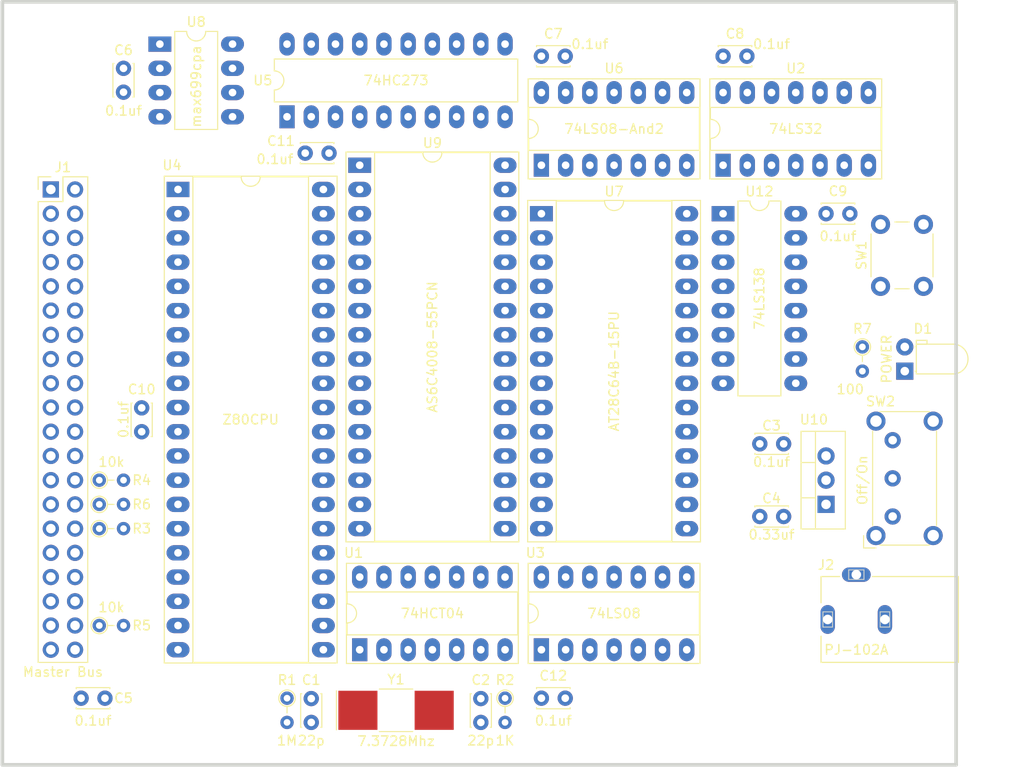
<source format=kicad_pcb>
(kicad_pcb (version 4) (host pcbnew 4.0.7)

  (general
    (links 207)
    (no_connects 207)
    (area 106.938 52.311 207.632301 143.877)
    (thickness 1.6)
    (drawings 0)
    (tracks 0)
    (zones 0)
    (modules 37)
    (nets 86)
  )

  (page A4)
  (layers
    (0 F.Cu signal)
    (1 In1.Cu signal)
    (2 In2.Cu signal)
    (31 B.Cu signal)
    (34 B.Paste user)
    (35 F.Paste user)
    (36 B.SilkS user)
    (37 F.SilkS user)
    (38 B.Mask user)
    (39 F.Mask user)
    (44 Edge.Cuts user)
  )

  (setup
    (last_trace_width 0.2)
    (user_trace_width 1)
    (trace_clearance 0.127)
    (zone_clearance 0.508)
    (zone_45_only no)
    (trace_min 0.0889)
    (segment_width 0.2)
    (edge_width 0.15)
    (via_size 0.6)
    (via_drill 0.2)
    (via_min_size 0.6)
    (via_min_drill 0.2)
    (uvia_size 0.6)
    (uvia_drill 0.2)
    (uvias_allowed no)
    (uvia_min_size 0.3)
    (uvia_min_drill 0.2)
    (pcb_text_width 0.3)
    (pcb_text_size 1.5 1.5)
    (mod_edge_width 0.15)
    (mod_text_size 1 1)
    (mod_text_width 0.15)
    (pad_size 3.50012 3.50012)
    (pad_drill 3.50012)
    (pad_to_mask_clearance 0.2)
    (aux_axis_origin 0 0)
    (visible_elements 7FFFF7FF)
    (pcbplotparams
      (layerselection 0x00030_80000001)
      (usegerberextensions false)
      (excludeedgelayer true)
      (linewidth 0.100000)
      (plotframeref false)
      (viasonmask false)
      (mode 1)
      (useauxorigin false)
      (hpglpennumber 1)
      (hpglpenspeed 20)
      (hpglpendiameter 15)
      (hpglpenoverlay 2)
      (psnegative false)
      (psa4output false)
      (plotreference true)
      (plotvalue true)
      (plotinvisibletext false)
      (padsonsilk false)
      (subtractmaskfromsilk false)
      (outputformat 1)
      (mirror false)
      (drillshape 1)
      (scaleselection 1)
      (outputdirectory ""))
  )

  (net 0 "")
  (net 1 "Net-(C1-Pad1)")
  (net 2 GND)
  (net 3 "Net-(C2-Pad1)")
  (net 4 VCC)
  (net 5 "Net-(D1-Pad2)")
  (net 6 ~M1)
  (net 7 ~IORQ)
  (net 8 ~RD)
  (net 9 ~WR)
  (net 10 ~WAIT)
  (net 11 ~INT)
  (net 12 ~RESET)
  (net 13 CLK)
  (net 14 /D7)
  (net 15 /D6)
  (net 16 /D5)
  (net 17 /D4)
  (net 18 /D3)
  (net 19 /D2)
  (net 20 /D1)
  (net 21 /D0)
  (net 22 "Net-(J2-Pad3)")
  (net 23 "Net-(R1-Pad1)")
  (net 24 "Net-(SW2-Pad1)")
  (net 25 "Net-(U1-Pad8)")
  (net 26 "Net-(U1-Pad9)")
  (net 27 "Net-(U1-Pad10)")
  (net 28 RAMONLY)
  (net 29 ~ROM_SEL)
  (net 30 "Net-(U1-Pad6)")
  (net 31 ~RAM_SEL)
  (net 32 /A13)
  (net 33 ~MRD)
  (net 34 /A14)
  (net 35 ~MWR)
  (net 36 A15)
  (net 37 /A11)
  (net 38 /A12)
  (net 39 /A4)
  (net 40 /A5)
  (net 41 /A6)
  (net 42 /A8)
  (net 43 /A9)
  (net 44 /A10)
  (net 45 RAM_A17)
  (net 46 RAM_A15)
  (net 47 RAM_A18)
  (net 48 RAM_A16)
  (net 49 "Net-(C3-Pad1)")
  (net 50 "Net-(C4-Pad1)")
  (net 51 /A0)
  (net 52 /A1)
  (net 53 /A2)
  (net 54 /A3)
  (net 55 /A7)
  (net 56 ~MREQ)
  (net 57 "Net-(U2-Pad12)")
  (net 58 "Net-(U3-Pad3)")
  (net 59 "Net-(U3-Pad6)")
  (net 60 "Net-(U5-Pad2)")
  (net 61 "Net-(U5-Pad5)")
  (net 62 "Net-(U5-Pad6)")
  (net 63 "Net-(U5-Pad9)")
  (net 64 "Net-(U5-Pad15)")
  (net 65 "Net-(U5-Pad16)")
  (net 66 "Net-(U5-Pad19)")
  (net 67 "Net-(U7-Pad1)")
  (net 68 "Net-(U8-Pad5)")
  (net 69 "Net-(U8-Pad6)")
  (net 70 "Net-(U4-Pad18)")
  (net 71 "Net-(U4-Pad28)")
  (net 72 "Net-(U7-Pad26)")
  (net 73 "Net-(U12-Pad9)")
  (net 74 "Net-(U12-Pad10)")
  (net 75 "Net-(U12-Pad11)")
  (net 76 "Net-(U12-Pad12)")
  (net 77 "Net-(U12-Pad13)")
  (net 78 "Net-(U12-Pad7)")
  (net 79 "Net-(J1-Pad27)")
  (net 80 ~BUSREQ)
  (net 81 ~BUSACK)
  (net 82 "Net-(J1-Pad35)")
  (net 83 "Net-(J1-Pad37)")
  (net 84 "Net-(U1-Pad5)")
  (net 85 "Net-(U12-Pad14)")

  (net_class Default "This is the default net class."
    (clearance 0.127)
    (trace_width 0.2)
    (via_dia 0.6)
    (via_drill 0.2)
    (uvia_dia 0.6)
    (uvia_drill 0.2)
    (add_net /A0)
    (add_net /A1)
    (add_net /A10)
    (add_net /A11)
    (add_net /A12)
    (add_net /A13)
    (add_net /A14)
    (add_net /A2)
    (add_net /A3)
    (add_net /A4)
    (add_net /A5)
    (add_net /A6)
    (add_net /A7)
    (add_net /A8)
    (add_net /A9)
    (add_net /D0)
    (add_net /D1)
    (add_net /D2)
    (add_net /D3)
    (add_net /D4)
    (add_net /D5)
    (add_net /D6)
    (add_net /D7)
    (add_net A15)
    (add_net CLK)
    (add_net GND)
    (add_net "Net-(C1-Pad1)")
    (add_net "Net-(C2-Pad1)")
    (add_net "Net-(C3-Pad1)")
    (add_net "Net-(C4-Pad1)")
    (add_net "Net-(D1-Pad2)")
    (add_net "Net-(J1-Pad27)")
    (add_net "Net-(J1-Pad35)")
    (add_net "Net-(J1-Pad37)")
    (add_net "Net-(J2-Pad3)")
    (add_net "Net-(R1-Pad1)")
    (add_net "Net-(SW2-Pad1)")
    (add_net "Net-(U1-Pad10)")
    (add_net "Net-(U1-Pad5)")
    (add_net "Net-(U1-Pad6)")
    (add_net "Net-(U1-Pad8)")
    (add_net "Net-(U1-Pad9)")
    (add_net "Net-(U12-Pad10)")
    (add_net "Net-(U12-Pad11)")
    (add_net "Net-(U12-Pad12)")
    (add_net "Net-(U12-Pad13)")
    (add_net "Net-(U12-Pad14)")
    (add_net "Net-(U12-Pad7)")
    (add_net "Net-(U12-Pad9)")
    (add_net "Net-(U2-Pad12)")
    (add_net "Net-(U3-Pad3)")
    (add_net "Net-(U3-Pad6)")
    (add_net "Net-(U4-Pad18)")
    (add_net "Net-(U4-Pad28)")
    (add_net "Net-(U5-Pad15)")
    (add_net "Net-(U5-Pad16)")
    (add_net "Net-(U5-Pad19)")
    (add_net "Net-(U5-Pad2)")
    (add_net "Net-(U5-Pad5)")
    (add_net "Net-(U5-Pad6)")
    (add_net "Net-(U5-Pad9)")
    (add_net "Net-(U7-Pad1)")
    (add_net "Net-(U7-Pad26)")
    (add_net "Net-(U8-Pad5)")
    (add_net "Net-(U8-Pad6)")
    (add_net RAMONLY)
    (add_net RAM_A15)
    (add_net RAM_A16)
    (add_net RAM_A17)
    (add_net RAM_A18)
    (add_net VCC)
    (add_net ~BUSACK)
    (add_net ~BUSREQ)
    (add_net ~INT)
    (add_net ~IORQ)
    (add_net ~M1)
    (add_net ~MRD)
    (add_net ~MREQ)
    (add_net ~MWR)
    (add_net ~RAM_SEL)
    (add_net ~RD)
    (add_net ~RESET)
    (add_net ~ROM_SEL)
    (add_net ~WAIT)
    (add_net ~WR)
  )

  (module Capacitors_THT:C_Disc_D3.4mm_W2.1mm_P2.50mm (layer F.Cu) (tedit 5B8D5BBA) (tstamp 5B8D56DE)
    (at 132.715 132.715 90)
    (descr "C, Disc series, Radial, pin pitch=2.50mm, , diameter*width=3.4*2.1mm^2, Capacitor, http://www.vishay.com/docs/45233/krseries.pdf")
    (tags "C Disc series Radial pin pitch 2.50mm  diameter 3.4mm width 2.1mm Capacitor")
    (path /5AF64863)
    (fp_text reference C1 (at 4.445 0 180) (layer F.SilkS)
      (effects (font (size 1 1) (thickness 0.15)))
    )
    (fp_text value 22p (at -1.905 0 180) (layer F.SilkS)
      (effects (font (size 1 1) (thickness 0.15)))
    )
    (fp_line (start -0.45 -1.05) (end -0.45 1.05) (layer F.Fab) (width 0.1))
    (fp_line (start -0.45 1.05) (end 2.95 1.05) (layer F.Fab) (width 0.1))
    (fp_line (start 2.95 1.05) (end 2.95 -1.05) (layer F.Fab) (width 0.1))
    (fp_line (start 2.95 -1.05) (end -0.45 -1.05) (layer F.Fab) (width 0.1))
    (fp_line (start -0.51 -1.11) (end 3.01 -1.11) (layer F.SilkS) (width 0.12))
    (fp_line (start -0.51 1.11) (end 3.01 1.11) (layer F.SilkS) (width 0.12))
    (fp_line (start -0.51 -1.11) (end -0.51 -0.996) (layer F.SilkS) (width 0.12))
    (fp_line (start -0.51 0.996) (end -0.51 1.11) (layer F.SilkS) (width 0.12))
    (fp_line (start 3.01 -1.11) (end 3.01 -0.996) (layer F.SilkS) (width 0.12))
    (fp_line (start 3.01 0.996) (end 3.01 1.11) (layer F.SilkS) (width 0.12))
    (fp_line (start -1.05 -1.4) (end -1.05 1.4) (layer F.CrtYd) (width 0.05))
    (fp_line (start -1.05 1.4) (end 3.55 1.4) (layer F.CrtYd) (width 0.05))
    (fp_line (start 3.55 1.4) (end 3.55 -1.4) (layer F.CrtYd) (width 0.05))
    (fp_line (start 3.55 -1.4) (end -1.05 -1.4) (layer F.CrtYd) (width 0.05))
    (fp_text user %R (at 1.25 0 90) (layer F.Fab)
      (effects (font (size 1 1) (thickness 0.15)))
    )
    (pad 1 thru_hole circle (at 0 0 90) (size 1.6 1.6) (drill 0.8) (layers *.Cu *.Mask)
      (net 1 "Net-(C1-Pad1)"))
    (pad 2 thru_hole circle (at 2.5 0 90) (size 1.6 1.6) (drill 0.8) (layers *.Cu *.Mask)
      (net 2 GND))
    (model ${KISYS3DMOD}/Capacitors_THT.3dshapes/C_Disc_D3.4mm_W2.1mm_P2.50mm.wrl
      (at (xyz 0 0 0))
      (scale (xyz 1 1 1))
      (rotate (xyz 0 0 0))
    )
  )

  (module Capacitors_THT:C_Disc_D3.4mm_W2.1mm_P2.50mm (layer F.Cu) (tedit 5B8D5BB5) (tstamp 5B8D56E4)
    (at 150.495 132.715 90)
    (descr "C, Disc series, Radial, pin pitch=2.50mm, , diameter*width=3.4*2.1mm^2, Capacitor, http://www.vishay.com/docs/45233/krseries.pdf")
    (tags "C Disc series Radial pin pitch 2.50mm  diameter 3.4mm width 2.1mm Capacitor")
    (path /5AF647B9)
    (fp_text reference C2 (at 4.445 0 180) (layer F.SilkS)
      (effects (font (size 1 1) (thickness 0.15)))
    )
    (fp_text value 22p (at -1.905 0 180) (layer F.SilkS)
      (effects (font (size 1 1) (thickness 0.15)))
    )
    (fp_line (start -0.45 -1.05) (end -0.45 1.05) (layer F.Fab) (width 0.1))
    (fp_line (start -0.45 1.05) (end 2.95 1.05) (layer F.Fab) (width 0.1))
    (fp_line (start 2.95 1.05) (end 2.95 -1.05) (layer F.Fab) (width 0.1))
    (fp_line (start 2.95 -1.05) (end -0.45 -1.05) (layer F.Fab) (width 0.1))
    (fp_line (start -0.51 -1.11) (end 3.01 -1.11) (layer F.SilkS) (width 0.12))
    (fp_line (start -0.51 1.11) (end 3.01 1.11) (layer F.SilkS) (width 0.12))
    (fp_line (start -0.51 -1.11) (end -0.51 -0.996) (layer F.SilkS) (width 0.12))
    (fp_line (start -0.51 0.996) (end -0.51 1.11) (layer F.SilkS) (width 0.12))
    (fp_line (start 3.01 -1.11) (end 3.01 -0.996) (layer F.SilkS) (width 0.12))
    (fp_line (start 3.01 0.996) (end 3.01 1.11) (layer F.SilkS) (width 0.12))
    (fp_line (start -1.05 -1.4) (end -1.05 1.4) (layer F.CrtYd) (width 0.05))
    (fp_line (start -1.05 1.4) (end 3.55 1.4) (layer F.CrtYd) (width 0.05))
    (fp_line (start 3.55 1.4) (end 3.55 -1.4) (layer F.CrtYd) (width 0.05))
    (fp_line (start 3.55 -1.4) (end -1.05 -1.4) (layer F.CrtYd) (width 0.05))
    (fp_text user %R (at 1.25 0 90) (layer F.Fab)
      (effects (font (size 1 1) (thickness 0.15)))
    )
    (pad 1 thru_hole circle (at 0 0 90) (size 1.6 1.6) (drill 0.8) (layers *.Cu *.Mask)
      (net 3 "Net-(C2-Pad1)"))
    (pad 2 thru_hole circle (at 2.5 0 90) (size 1.6 1.6) (drill 0.8) (layers *.Cu *.Mask)
      (net 2 GND))
    (model ${KISYS3DMOD}/Capacitors_THT.3dshapes/C_Disc_D3.4mm_W2.1mm_P2.50mm.wrl
      (at (xyz 0 0 0))
      (scale (xyz 1 1 1))
      (rotate (xyz 0 0 0))
    )
  )

  (module Capacitors_THT:C_Disc_D3.4mm_W2.1mm_P2.50mm (layer F.Cu) (tedit 5B8D5E7F) (tstamp 5B8D56EA)
    (at 182.245 103.505 180)
    (descr "C, Disc series, Radial, pin pitch=2.50mm, , diameter*width=3.4*2.1mm^2, Capacitor, http://www.vishay.com/docs/45233/krseries.pdf")
    (tags "C Disc series Radial pin pitch 2.50mm  diameter 3.4mm width 2.1mm Capacitor")
    (path /5B7C3C39)
    (fp_text reference C3 (at 1.27 1.905 360) (layer F.SilkS)
      (effects (font (size 1 1) (thickness 0.15)))
    )
    (fp_text value 0.1uf (at 1.27 -1.905 360) (layer F.SilkS)
      (effects (font (size 1 1) (thickness 0.15)))
    )
    (fp_line (start -0.45 -1.05) (end -0.45 1.05) (layer F.Fab) (width 0.1))
    (fp_line (start -0.45 1.05) (end 2.95 1.05) (layer F.Fab) (width 0.1))
    (fp_line (start 2.95 1.05) (end 2.95 -1.05) (layer F.Fab) (width 0.1))
    (fp_line (start 2.95 -1.05) (end -0.45 -1.05) (layer F.Fab) (width 0.1))
    (fp_line (start -0.51 -1.11) (end 3.01 -1.11) (layer F.SilkS) (width 0.12))
    (fp_line (start -0.51 1.11) (end 3.01 1.11) (layer F.SilkS) (width 0.12))
    (fp_line (start -0.51 -1.11) (end -0.51 -0.996) (layer F.SilkS) (width 0.12))
    (fp_line (start -0.51 0.996) (end -0.51 1.11) (layer F.SilkS) (width 0.12))
    (fp_line (start 3.01 -1.11) (end 3.01 -0.996) (layer F.SilkS) (width 0.12))
    (fp_line (start 3.01 0.996) (end 3.01 1.11) (layer F.SilkS) (width 0.12))
    (fp_line (start -1.05 -1.4) (end -1.05 1.4) (layer F.CrtYd) (width 0.05))
    (fp_line (start -1.05 1.4) (end 3.55 1.4) (layer F.CrtYd) (width 0.05))
    (fp_line (start 3.55 1.4) (end 3.55 -1.4) (layer F.CrtYd) (width 0.05))
    (fp_line (start 3.55 -1.4) (end -1.05 -1.4) (layer F.CrtYd) (width 0.05))
    (fp_text user %R (at 1.25 0 180) (layer F.Fab)
      (effects (font (size 1 1) (thickness 0.15)))
    )
    (pad 1 thru_hole circle (at 0 0 180) (size 1.6 1.6) (drill 0.8) (layers *.Cu *.Mask)
      (net 49 "Net-(C3-Pad1)"))
    (pad 2 thru_hole circle (at 2.5 0 180) (size 1.6 1.6) (drill 0.8) (layers *.Cu *.Mask)
      (net 2 GND))
    (model ${KISYS3DMOD}/Capacitors_THT.3dshapes/C_Disc_D3.4mm_W2.1mm_P2.50mm.wrl
      (at (xyz 0 0 0))
      (scale (xyz 1 1 1))
      (rotate (xyz 0 0 0))
    )
  )

  (module Capacitors_THT:C_Disc_D3.4mm_W2.1mm_P2.50mm (layer F.Cu) (tedit 5B8D5EA6) (tstamp 5B8D56F0)
    (at 182.245 111.125 180)
    (descr "C, Disc series, Radial, pin pitch=2.50mm, , diameter*width=3.4*2.1mm^2, Capacitor, http://www.vishay.com/docs/45233/krseries.pdf")
    (tags "C Disc series Radial pin pitch 2.50mm  diameter 3.4mm width 2.1mm Capacitor")
    (path /5B7C425D)
    (fp_text reference C4 (at 1.27 1.905 180) (layer F.SilkS)
      (effects (font (size 1 1) (thickness 0.15)))
    )
    (fp_text value 0.33uf (at 1.27 -1.905 180) (layer F.SilkS)
      (effects (font (size 1 1) (thickness 0.15)))
    )
    (fp_line (start -0.45 -1.05) (end -0.45 1.05) (layer F.Fab) (width 0.1))
    (fp_line (start -0.45 1.05) (end 2.95 1.05) (layer F.Fab) (width 0.1))
    (fp_line (start 2.95 1.05) (end 2.95 -1.05) (layer F.Fab) (width 0.1))
    (fp_line (start 2.95 -1.05) (end -0.45 -1.05) (layer F.Fab) (width 0.1))
    (fp_line (start -0.51 -1.11) (end 3.01 -1.11) (layer F.SilkS) (width 0.12))
    (fp_line (start -0.51 1.11) (end 3.01 1.11) (layer F.SilkS) (width 0.12))
    (fp_line (start -0.51 -1.11) (end -0.51 -0.996) (layer F.SilkS) (width 0.12))
    (fp_line (start -0.51 0.996) (end -0.51 1.11) (layer F.SilkS) (width 0.12))
    (fp_line (start 3.01 -1.11) (end 3.01 -0.996) (layer F.SilkS) (width 0.12))
    (fp_line (start 3.01 0.996) (end 3.01 1.11) (layer F.SilkS) (width 0.12))
    (fp_line (start -1.05 -1.4) (end -1.05 1.4) (layer F.CrtYd) (width 0.05))
    (fp_line (start -1.05 1.4) (end 3.55 1.4) (layer F.CrtYd) (width 0.05))
    (fp_line (start 3.55 1.4) (end 3.55 -1.4) (layer F.CrtYd) (width 0.05))
    (fp_line (start 3.55 -1.4) (end -1.05 -1.4) (layer F.CrtYd) (width 0.05))
    (fp_text user %R (at 1.25 0 180) (layer F.Fab)
      (effects (font (size 1 1) (thickness 0.15)))
    )
    (pad 1 thru_hole circle (at 0 0 180) (size 1.6 1.6) (drill 0.8) (layers *.Cu *.Mask)
      (net 50 "Net-(C4-Pad1)"))
    (pad 2 thru_hole circle (at 2.5 0 180) (size 1.6 1.6) (drill 0.8) (layers *.Cu *.Mask)
      (net 2 GND))
    (model ${KISYS3DMOD}/Capacitors_THT.3dshapes/C_Disc_D3.4mm_W2.1mm_P2.50mm.wrl
      (at (xyz 0 0 0))
      (scale (xyz 1 1 1))
      (rotate (xyz 0 0 0))
    )
  )

  (module Capacitors_THT:C_Disc_D3.4mm_W2.1mm_P2.50mm (layer F.Cu) (tedit 5B8D60C6) (tstamp 5B8D56F6)
    (at 108.585 130.175)
    (descr "C, Disc series, Radial, pin pitch=2.50mm, , diameter*width=3.4*2.1mm^2, Capacitor, http://www.vishay.com/docs/45233/krseries.pdf")
    (tags "C Disc series Radial pin pitch 2.50mm  diameter 3.4mm width 2.1mm Capacitor")
    (path /5B28C7AE)
    (fp_text reference C5 (at 4.445 0) (layer F.SilkS)
      (effects (font (size 1 1) (thickness 0.15)))
    )
    (fp_text value 0.1uf (at 1.25 2.36) (layer F.SilkS)
      (effects (font (size 1 1) (thickness 0.15)))
    )
    (fp_line (start -0.45 -1.05) (end -0.45 1.05) (layer F.Fab) (width 0.1))
    (fp_line (start -0.45 1.05) (end 2.95 1.05) (layer F.Fab) (width 0.1))
    (fp_line (start 2.95 1.05) (end 2.95 -1.05) (layer F.Fab) (width 0.1))
    (fp_line (start 2.95 -1.05) (end -0.45 -1.05) (layer F.Fab) (width 0.1))
    (fp_line (start -0.51 -1.11) (end 3.01 -1.11) (layer F.SilkS) (width 0.12))
    (fp_line (start -0.51 1.11) (end 3.01 1.11) (layer F.SilkS) (width 0.12))
    (fp_line (start -0.51 -1.11) (end -0.51 -0.996) (layer F.SilkS) (width 0.12))
    (fp_line (start -0.51 0.996) (end -0.51 1.11) (layer F.SilkS) (width 0.12))
    (fp_line (start 3.01 -1.11) (end 3.01 -0.996) (layer F.SilkS) (width 0.12))
    (fp_line (start 3.01 0.996) (end 3.01 1.11) (layer F.SilkS) (width 0.12))
    (fp_line (start -1.05 -1.4) (end -1.05 1.4) (layer F.CrtYd) (width 0.05))
    (fp_line (start -1.05 1.4) (end 3.55 1.4) (layer F.CrtYd) (width 0.05))
    (fp_line (start 3.55 1.4) (end 3.55 -1.4) (layer F.CrtYd) (width 0.05))
    (fp_line (start 3.55 -1.4) (end -1.05 -1.4) (layer F.CrtYd) (width 0.05))
    (fp_text user %R (at 1.25 0) (layer F.Fab)
      (effects (font (size 1 1) (thickness 0.15)))
    )
    (pad 1 thru_hole circle (at 0 0) (size 1.6 1.6) (drill 0.8) (layers *.Cu *.Mask)
      (net 4 VCC))
    (pad 2 thru_hole circle (at 2.5 0) (size 1.6 1.6) (drill 0.8) (layers *.Cu *.Mask)
      (net 2 GND))
    (model ${KISYS3DMOD}/Capacitors_THT.3dshapes/C_Disc_D3.4mm_W2.1mm_P2.50mm.wrl
      (at (xyz 0 0 0))
      (scale (xyz 1 1 1))
      (rotate (xyz 0 0 0))
    )
  )

  (module Capacitors_THT:C_Disc_D3.4mm_W2.1mm_P2.50mm (layer F.Cu) (tedit 5B8D60E7) (tstamp 5B8D56FC)
    (at 113.03 64.135 270)
    (descr "C, Disc series, Radial, pin pitch=2.50mm, , diameter*width=3.4*2.1mm^2, Capacitor, http://www.vishay.com/docs/45233/krseries.pdf")
    (tags "C Disc series Radial pin pitch 2.50mm  diameter 3.4mm width 2.1mm Capacitor")
    (path /5B28C979)
    (fp_text reference C6 (at -1.905 0 360) (layer F.SilkS)
      (effects (font (size 1 1) (thickness 0.15)))
    )
    (fp_text value 0.1uf (at 4.445 0 360) (layer F.SilkS)
      (effects (font (size 1 1) (thickness 0.15)))
    )
    (fp_line (start -0.45 -1.05) (end -0.45 1.05) (layer F.Fab) (width 0.1))
    (fp_line (start -0.45 1.05) (end 2.95 1.05) (layer F.Fab) (width 0.1))
    (fp_line (start 2.95 1.05) (end 2.95 -1.05) (layer F.Fab) (width 0.1))
    (fp_line (start 2.95 -1.05) (end -0.45 -1.05) (layer F.Fab) (width 0.1))
    (fp_line (start -0.51 -1.11) (end 3.01 -1.11) (layer F.SilkS) (width 0.12))
    (fp_line (start -0.51 1.11) (end 3.01 1.11) (layer F.SilkS) (width 0.12))
    (fp_line (start -0.51 -1.11) (end -0.51 -0.996) (layer F.SilkS) (width 0.12))
    (fp_line (start -0.51 0.996) (end -0.51 1.11) (layer F.SilkS) (width 0.12))
    (fp_line (start 3.01 -1.11) (end 3.01 -0.996) (layer F.SilkS) (width 0.12))
    (fp_line (start 3.01 0.996) (end 3.01 1.11) (layer F.SilkS) (width 0.12))
    (fp_line (start -1.05 -1.4) (end -1.05 1.4) (layer F.CrtYd) (width 0.05))
    (fp_line (start -1.05 1.4) (end 3.55 1.4) (layer F.CrtYd) (width 0.05))
    (fp_line (start 3.55 1.4) (end 3.55 -1.4) (layer F.CrtYd) (width 0.05))
    (fp_line (start 3.55 -1.4) (end -1.05 -1.4) (layer F.CrtYd) (width 0.05))
    (fp_text user %R (at 1.25 0 270) (layer F.Fab)
      (effects (font (size 1 1) (thickness 0.15)))
    )
    (pad 1 thru_hole circle (at 0 0 270) (size 1.6 1.6) (drill 0.8) (layers *.Cu *.Mask)
      (net 4 VCC))
    (pad 2 thru_hole circle (at 2.5 0 270) (size 1.6 1.6) (drill 0.8) (layers *.Cu *.Mask)
      (net 2 GND))
    (model ${KISYS3DMOD}/Capacitors_THT.3dshapes/C_Disc_D3.4mm_W2.1mm_P2.50mm.wrl
      (at (xyz 0 0 0))
      (scale (xyz 1 1 1))
      (rotate (xyz 0 0 0))
    )
  )

  (module Capacitors_THT:C_Disc_D3.4mm_W2.1mm_P2.50mm (layer F.Cu) (tedit 5B8D60FC) (tstamp 5B8D5702)
    (at 156.845 62.865)
    (descr "C, Disc series, Radial, pin pitch=2.50mm, , diameter*width=3.4*2.1mm^2, Capacitor, http://www.vishay.com/docs/45233/krseries.pdf")
    (tags "C Disc series Radial pin pitch 2.50mm  diameter 3.4mm width 2.1mm Capacitor")
    (path /5B28CA02)
    (fp_text reference C7 (at 1.25 -2.36) (layer F.SilkS)
      (effects (font (size 1 1) (thickness 0.15)))
    )
    (fp_text value 0.1uf (at 5.08 -1.27) (layer F.SilkS)
      (effects (font (size 1 1) (thickness 0.15)))
    )
    (fp_line (start -0.45 -1.05) (end -0.45 1.05) (layer F.Fab) (width 0.1))
    (fp_line (start -0.45 1.05) (end 2.95 1.05) (layer F.Fab) (width 0.1))
    (fp_line (start 2.95 1.05) (end 2.95 -1.05) (layer F.Fab) (width 0.1))
    (fp_line (start 2.95 -1.05) (end -0.45 -1.05) (layer F.Fab) (width 0.1))
    (fp_line (start -0.51 -1.11) (end 3.01 -1.11) (layer F.SilkS) (width 0.12))
    (fp_line (start -0.51 1.11) (end 3.01 1.11) (layer F.SilkS) (width 0.12))
    (fp_line (start -0.51 -1.11) (end -0.51 -0.996) (layer F.SilkS) (width 0.12))
    (fp_line (start -0.51 0.996) (end -0.51 1.11) (layer F.SilkS) (width 0.12))
    (fp_line (start 3.01 -1.11) (end 3.01 -0.996) (layer F.SilkS) (width 0.12))
    (fp_line (start 3.01 0.996) (end 3.01 1.11) (layer F.SilkS) (width 0.12))
    (fp_line (start -1.05 -1.4) (end -1.05 1.4) (layer F.CrtYd) (width 0.05))
    (fp_line (start -1.05 1.4) (end 3.55 1.4) (layer F.CrtYd) (width 0.05))
    (fp_line (start 3.55 1.4) (end 3.55 -1.4) (layer F.CrtYd) (width 0.05))
    (fp_line (start 3.55 -1.4) (end -1.05 -1.4) (layer F.CrtYd) (width 0.05))
    (fp_text user %R (at 1.25 0) (layer F.Fab)
      (effects (font (size 1 1) (thickness 0.15)))
    )
    (pad 1 thru_hole circle (at 0 0) (size 1.6 1.6) (drill 0.8) (layers *.Cu *.Mask)
      (net 4 VCC))
    (pad 2 thru_hole circle (at 2.5 0) (size 1.6 1.6) (drill 0.8) (layers *.Cu *.Mask)
      (net 2 GND))
    (model ${KISYS3DMOD}/Capacitors_THT.3dshapes/C_Disc_D3.4mm_W2.1mm_P2.50mm.wrl
      (at (xyz 0 0 0))
      (scale (xyz 1 1 1))
      (rotate (xyz 0 0 0))
    )
  )

  (module Capacitors_THT:C_Disc_D3.4mm_W2.1mm_P2.50mm (layer F.Cu) (tedit 5B8D6114) (tstamp 5B8D5708)
    (at 175.895 62.865)
    (descr "C, Disc series, Radial, pin pitch=2.50mm, , diameter*width=3.4*2.1mm^2, Capacitor, http://www.vishay.com/docs/45233/krseries.pdf")
    (tags "C Disc series Radial pin pitch 2.50mm  diameter 3.4mm width 2.1mm Capacitor")
    (path /5B28CAAC)
    (fp_text reference C8 (at 1.25 -2.36) (layer F.SilkS)
      (effects (font (size 1 1) (thickness 0.15)))
    )
    (fp_text value 0.1uf (at 5.08 -1.27) (layer F.SilkS)
      (effects (font (size 1 1) (thickness 0.15)))
    )
    (fp_line (start -0.45 -1.05) (end -0.45 1.05) (layer F.Fab) (width 0.1))
    (fp_line (start -0.45 1.05) (end 2.95 1.05) (layer F.Fab) (width 0.1))
    (fp_line (start 2.95 1.05) (end 2.95 -1.05) (layer F.Fab) (width 0.1))
    (fp_line (start 2.95 -1.05) (end -0.45 -1.05) (layer F.Fab) (width 0.1))
    (fp_line (start -0.51 -1.11) (end 3.01 -1.11) (layer F.SilkS) (width 0.12))
    (fp_line (start -0.51 1.11) (end 3.01 1.11) (layer F.SilkS) (width 0.12))
    (fp_line (start -0.51 -1.11) (end -0.51 -0.996) (layer F.SilkS) (width 0.12))
    (fp_line (start -0.51 0.996) (end -0.51 1.11) (layer F.SilkS) (width 0.12))
    (fp_line (start 3.01 -1.11) (end 3.01 -0.996) (layer F.SilkS) (width 0.12))
    (fp_line (start 3.01 0.996) (end 3.01 1.11) (layer F.SilkS) (width 0.12))
    (fp_line (start -1.05 -1.4) (end -1.05 1.4) (layer F.CrtYd) (width 0.05))
    (fp_line (start -1.05 1.4) (end 3.55 1.4) (layer F.CrtYd) (width 0.05))
    (fp_line (start 3.55 1.4) (end 3.55 -1.4) (layer F.CrtYd) (width 0.05))
    (fp_line (start 3.55 -1.4) (end -1.05 -1.4) (layer F.CrtYd) (width 0.05))
    (fp_text user %R (at 1.25 0) (layer F.Fab)
      (effects (font (size 1 1) (thickness 0.15)))
    )
    (pad 1 thru_hole circle (at 0 0) (size 1.6 1.6) (drill 0.8) (layers *.Cu *.Mask)
      (net 4 VCC))
    (pad 2 thru_hole circle (at 2.5 0) (size 1.6 1.6) (drill 0.8) (layers *.Cu *.Mask)
      (net 2 GND))
    (model ${KISYS3DMOD}/Capacitors_THT.3dshapes/C_Disc_D3.4mm_W2.1mm_P2.50mm.wrl
      (at (xyz 0 0 0))
      (scale (xyz 1 1 1))
      (rotate (xyz 0 0 0))
    )
  )

  (module Capacitors_THT:C_Disc_D3.4mm_W2.1mm_P2.50mm (layer F.Cu) (tedit 5B8D6126) (tstamp 5B8D570E)
    (at 186.69 79.375)
    (descr "C, Disc series, Radial, pin pitch=2.50mm, , diameter*width=3.4*2.1mm^2, Capacitor, http://www.vishay.com/docs/45233/krseries.pdf")
    (tags "C Disc series Radial pin pitch 2.50mm  diameter 3.4mm width 2.1mm Capacitor")
    (path /5B28CABE)
    (fp_text reference C9 (at 1.25 -2.36) (layer F.SilkS)
      (effects (font (size 1 1) (thickness 0.15)))
    )
    (fp_text value 0.1uf (at 1.25 2.36) (layer F.SilkS)
      (effects (font (size 1 1) (thickness 0.15)))
    )
    (fp_line (start -0.45 -1.05) (end -0.45 1.05) (layer F.Fab) (width 0.1))
    (fp_line (start -0.45 1.05) (end 2.95 1.05) (layer F.Fab) (width 0.1))
    (fp_line (start 2.95 1.05) (end 2.95 -1.05) (layer F.Fab) (width 0.1))
    (fp_line (start 2.95 -1.05) (end -0.45 -1.05) (layer F.Fab) (width 0.1))
    (fp_line (start -0.51 -1.11) (end 3.01 -1.11) (layer F.SilkS) (width 0.12))
    (fp_line (start -0.51 1.11) (end 3.01 1.11) (layer F.SilkS) (width 0.12))
    (fp_line (start -0.51 -1.11) (end -0.51 -0.996) (layer F.SilkS) (width 0.12))
    (fp_line (start -0.51 0.996) (end -0.51 1.11) (layer F.SilkS) (width 0.12))
    (fp_line (start 3.01 -1.11) (end 3.01 -0.996) (layer F.SilkS) (width 0.12))
    (fp_line (start 3.01 0.996) (end 3.01 1.11) (layer F.SilkS) (width 0.12))
    (fp_line (start -1.05 -1.4) (end -1.05 1.4) (layer F.CrtYd) (width 0.05))
    (fp_line (start -1.05 1.4) (end 3.55 1.4) (layer F.CrtYd) (width 0.05))
    (fp_line (start 3.55 1.4) (end 3.55 -1.4) (layer F.CrtYd) (width 0.05))
    (fp_line (start 3.55 -1.4) (end -1.05 -1.4) (layer F.CrtYd) (width 0.05))
    (fp_text user %R (at 1.25 0) (layer F.Fab)
      (effects (font (size 1 1) (thickness 0.15)))
    )
    (pad 1 thru_hole circle (at 0 0) (size 1.6 1.6) (drill 0.8) (layers *.Cu *.Mask)
      (net 4 VCC))
    (pad 2 thru_hole circle (at 2.5 0) (size 1.6 1.6) (drill 0.8) (layers *.Cu *.Mask)
      (net 2 GND))
    (model ${KISYS3DMOD}/Capacitors_THT.3dshapes/C_Disc_D3.4mm_W2.1mm_P2.50mm.wrl
      (at (xyz 0 0 0))
      (scale (xyz 1 1 1))
      (rotate (xyz 0 0 0))
    )
  )

  (module Capacitors_THT:C_Disc_D3.4mm_W2.1mm_P2.50mm (layer F.Cu) (tedit 5B8D6145) (tstamp 5B8D5714)
    (at 114.935 102.235 90)
    (descr "C, Disc series, Radial, pin pitch=2.50mm, , diameter*width=3.4*2.1mm^2, Capacitor, http://www.vishay.com/docs/45233/krseries.pdf")
    (tags "C Disc series Radial pin pitch 2.50mm  diameter 3.4mm width 2.1mm Capacitor")
    (path /5B28CE3B)
    (fp_text reference C10 (at 4.445 0 180) (layer F.SilkS)
      (effects (font (size 1 1) (thickness 0.15)))
    )
    (fp_text value 0.1uf (at 1.27 -1.905 90) (layer F.SilkS)
      (effects (font (size 1 1) (thickness 0.15)))
    )
    (fp_line (start -0.45 -1.05) (end -0.45 1.05) (layer F.Fab) (width 0.1))
    (fp_line (start -0.45 1.05) (end 2.95 1.05) (layer F.Fab) (width 0.1))
    (fp_line (start 2.95 1.05) (end 2.95 -1.05) (layer F.Fab) (width 0.1))
    (fp_line (start 2.95 -1.05) (end -0.45 -1.05) (layer F.Fab) (width 0.1))
    (fp_line (start -0.51 -1.11) (end 3.01 -1.11) (layer F.SilkS) (width 0.12))
    (fp_line (start -0.51 1.11) (end 3.01 1.11) (layer F.SilkS) (width 0.12))
    (fp_line (start -0.51 -1.11) (end -0.51 -0.996) (layer F.SilkS) (width 0.12))
    (fp_line (start -0.51 0.996) (end -0.51 1.11) (layer F.SilkS) (width 0.12))
    (fp_line (start 3.01 -1.11) (end 3.01 -0.996) (layer F.SilkS) (width 0.12))
    (fp_line (start 3.01 0.996) (end 3.01 1.11) (layer F.SilkS) (width 0.12))
    (fp_line (start -1.05 -1.4) (end -1.05 1.4) (layer F.CrtYd) (width 0.05))
    (fp_line (start -1.05 1.4) (end 3.55 1.4) (layer F.CrtYd) (width 0.05))
    (fp_line (start 3.55 1.4) (end 3.55 -1.4) (layer F.CrtYd) (width 0.05))
    (fp_line (start 3.55 -1.4) (end -1.05 -1.4) (layer F.CrtYd) (width 0.05))
    (fp_text user %R (at 1.25 0 90) (layer F.Fab)
      (effects (font (size 1 1) (thickness 0.15)))
    )
    (pad 1 thru_hole circle (at 0 0 90) (size 1.6 1.6) (drill 0.8) (layers *.Cu *.Mask)
      (net 4 VCC))
    (pad 2 thru_hole circle (at 2.5 0 90) (size 1.6 1.6) (drill 0.8) (layers *.Cu *.Mask)
      (net 2 GND))
    (model ${KISYS3DMOD}/Capacitors_THT.3dshapes/C_Disc_D3.4mm_W2.1mm_P2.50mm.wrl
      (at (xyz 0 0 0))
      (scale (xyz 1 1 1))
      (rotate (xyz 0 0 0))
    )
  )

  (module Capacitors_THT:C_Disc_D3.4mm_W2.1mm_P2.50mm (layer F.Cu) (tedit 5B8D619D) (tstamp 5B8D571A)
    (at 132.08 73.025)
    (descr "C, Disc series, Radial, pin pitch=2.50mm, , diameter*width=3.4*2.1mm^2, Capacitor, http://www.vishay.com/docs/45233/krseries.pdf")
    (tags "C Disc series Radial pin pitch 2.50mm  diameter 3.4mm width 2.1mm Capacitor")
    (path /5B28CE4D)
    (fp_text reference C11 (at -2.54 -1.27) (layer F.SilkS)
      (effects (font (size 1 1) (thickness 0.15)))
    )
    (fp_text value 0.1uf (at -3.175 0.635) (layer F.SilkS)
      (effects (font (size 1 1) (thickness 0.15)))
    )
    (fp_line (start -0.45 -1.05) (end -0.45 1.05) (layer F.Fab) (width 0.1))
    (fp_line (start -0.45 1.05) (end 2.95 1.05) (layer F.Fab) (width 0.1))
    (fp_line (start 2.95 1.05) (end 2.95 -1.05) (layer F.Fab) (width 0.1))
    (fp_line (start 2.95 -1.05) (end -0.45 -1.05) (layer F.Fab) (width 0.1))
    (fp_line (start -0.51 -1.11) (end 3.01 -1.11) (layer F.SilkS) (width 0.12))
    (fp_line (start -0.51 1.11) (end 3.01 1.11) (layer F.SilkS) (width 0.12))
    (fp_line (start -0.51 -1.11) (end -0.51 -0.996) (layer F.SilkS) (width 0.12))
    (fp_line (start -0.51 0.996) (end -0.51 1.11) (layer F.SilkS) (width 0.12))
    (fp_line (start 3.01 -1.11) (end 3.01 -0.996) (layer F.SilkS) (width 0.12))
    (fp_line (start 3.01 0.996) (end 3.01 1.11) (layer F.SilkS) (width 0.12))
    (fp_line (start -1.05 -1.4) (end -1.05 1.4) (layer F.CrtYd) (width 0.05))
    (fp_line (start -1.05 1.4) (end 3.55 1.4) (layer F.CrtYd) (width 0.05))
    (fp_line (start 3.55 1.4) (end 3.55 -1.4) (layer F.CrtYd) (width 0.05))
    (fp_line (start 3.55 -1.4) (end -1.05 -1.4) (layer F.CrtYd) (width 0.05))
    (fp_text user %R (at 1.25 0) (layer F.Fab)
      (effects (font (size 1 1) (thickness 0.15)))
    )
    (pad 1 thru_hole circle (at 0 0) (size 1.6 1.6) (drill 0.8) (layers *.Cu *.Mask)
      (net 4 VCC))
    (pad 2 thru_hole circle (at 2.5 0) (size 1.6 1.6) (drill 0.8) (layers *.Cu *.Mask)
      (net 2 GND))
    (model ${KISYS3DMOD}/Capacitors_THT.3dshapes/C_Disc_D3.4mm_W2.1mm_P2.50mm.wrl
      (at (xyz 0 0 0))
      (scale (xyz 1 1 1))
      (rotate (xyz 0 0 0))
    )
  )

  (module Capacitors_THT:C_Disc_D3.4mm_W2.1mm_P2.50mm (layer F.Cu) (tedit 5B8D61D1) (tstamp 5B8D5720)
    (at 156.845 130.175)
    (descr "C, Disc series, Radial, pin pitch=2.50mm, , diameter*width=3.4*2.1mm^2, Capacitor, http://www.vishay.com/docs/45233/krseries.pdf")
    (tags "C Disc series Radial pin pitch 2.50mm  diameter 3.4mm width 2.1mm Capacitor")
    (path /5B28CF6E)
    (fp_text reference C12 (at 1.25 -2.36) (layer F.SilkS)
      (effects (font (size 1 1) (thickness 0.15)))
    )
    (fp_text value 0.1uf (at 1.25 2.36) (layer F.SilkS)
      (effects (font (size 1 1) (thickness 0.15)))
    )
    (fp_line (start -0.45 -1.05) (end -0.45 1.05) (layer F.Fab) (width 0.1))
    (fp_line (start -0.45 1.05) (end 2.95 1.05) (layer F.Fab) (width 0.1))
    (fp_line (start 2.95 1.05) (end 2.95 -1.05) (layer F.Fab) (width 0.1))
    (fp_line (start 2.95 -1.05) (end -0.45 -1.05) (layer F.Fab) (width 0.1))
    (fp_line (start -0.51 -1.11) (end 3.01 -1.11) (layer F.SilkS) (width 0.12))
    (fp_line (start -0.51 1.11) (end 3.01 1.11) (layer F.SilkS) (width 0.12))
    (fp_line (start -0.51 -1.11) (end -0.51 -0.996) (layer F.SilkS) (width 0.12))
    (fp_line (start -0.51 0.996) (end -0.51 1.11) (layer F.SilkS) (width 0.12))
    (fp_line (start 3.01 -1.11) (end 3.01 -0.996) (layer F.SilkS) (width 0.12))
    (fp_line (start 3.01 0.996) (end 3.01 1.11) (layer F.SilkS) (width 0.12))
    (fp_line (start -1.05 -1.4) (end -1.05 1.4) (layer F.CrtYd) (width 0.05))
    (fp_line (start -1.05 1.4) (end 3.55 1.4) (layer F.CrtYd) (width 0.05))
    (fp_line (start 3.55 1.4) (end 3.55 -1.4) (layer F.CrtYd) (width 0.05))
    (fp_line (start 3.55 -1.4) (end -1.05 -1.4) (layer F.CrtYd) (width 0.05))
    (fp_text user %R (at 1.25 0) (layer F.Fab)
      (effects (font (size 1 1) (thickness 0.15)))
    )
    (pad 1 thru_hole circle (at 0 0) (size 1.6 1.6) (drill 0.8) (layers *.Cu *.Mask)
      (net 4 VCC))
    (pad 2 thru_hole circle (at 2.5 0) (size 1.6 1.6) (drill 0.8) (layers *.Cu *.Mask)
      (net 2 GND))
    (model ${KISYS3DMOD}/Capacitors_THT.3dshapes/C_Disc_D3.4mm_W2.1mm_P2.50mm.wrl
      (at (xyz 0 0 0))
      (scale (xyz 1 1 1))
      (rotate (xyz 0 0 0))
    )
  )

  (module LEDs:LED_D3.0mm_Horizontal_O1.27mm_Z2.0mm (layer F.Cu) (tedit 5B8D5DF4) (tstamp 5B8D5726)
    (at 194.945 95.885 90)
    (descr "LED, diameter 3.0mm z-position of LED center 2.0mm, 2 pins")
    (tags "LED diameter 3.0mm z-position of LED center 2.0mm 2 pins")
    (path /5B79A87E)
    (fp_text reference D1 (at 4.445 1.905 180) (layer F.SilkS)
      (effects (font (size 1 1) (thickness 0.15)))
    )
    (fp_text value POWER (at 1.27 -1.905 270) (layer F.SilkS)
      (effects (font (size 1 1) (thickness 0.15)))
    )
    (fp_arc (start 1.27 5.07) (end -0.23 5.07) (angle -180) (layer F.Fab) (width 0.1))
    (fp_arc (start 1.27 5.07) (end -0.29 5.07) (angle -180) (layer F.SilkS) (width 0.12))
    (fp_line (start -0.23 1.27) (end -0.23 5.07) (layer F.Fab) (width 0.1))
    (fp_line (start 2.77 1.27) (end 2.77 5.07) (layer F.Fab) (width 0.1))
    (fp_line (start -0.23 1.27) (end 2.77 1.27) (layer F.Fab) (width 0.1))
    (fp_line (start 3.17 1.27) (end 3.17 2.27) (layer F.Fab) (width 0.1))
    (fp_line (start 3.17 2.27) (end 2.77 2.27) (layer F.Fab) (width 0.1))
    (fp_line (start 2.77 2.27) (end 2.77 1.27) (layer F.Fab) (width 0.1))
    (fp_line (start 2.77 1.27) (end 3.17 1.27) (layer F.Fab) (width 0.1))
    (fp_line (start 0 0) (end 0 1.27) (layer F.Fab) (width 0.1))
    (fp_line (start 0 1.27) (end 0 1.27) (layer F.Fab) (width 0.1))
    (fp_line (start 0 1.27) (end 0 0) (layer F.Fab) (width 0.1))
    (fp_line (start 0 0) (end 0 0) (layer F.Fab) (width 0.1))
    (fp_line (start 2.54 0) (end 2.54 1.27) (layer F.Fab) (width 0.1))
    (fp_line (start 2.54 1.27) (end 2.54 1.27) (layer F.Fab) (width 0.1))
    (fp_line (start 2.54 1.27) (end 2.54 0) (layer F.Fab) (width 0.1))
    (fp_line (start 2.54 0) (end 2.54 0) (layer F.Fab) (width 0.1))
    (fp_line (start -0.29 1.21) (end -0.29 5.07) (layer F.SilkS) (width 0.12))
    (fp_line (start 2.83 1.21) (end 2.83 5.07) (layer F.SilkS) (width 0.12))
    (fp_line (start -0.29 1.21) (end 2.83 1.21) (layer F.SilkS) (width 0.12))
    (fp_line (start 3.23 1.21) (end 3.23 2.33) (layer F.SilkS) (width 0.12))
    (fp_line (start 3.23 2.33) (end 2.83 2.33) (layer F.SilkS) (width 0.12))
    (fp_line (start 2.83 2.33) (end 2.83 1.21) (layer F.SilkS) (width 0.12))
    (fp_line (start 2.83 1.21) (end 3.23 1.21) (layer F.SilkS) (width 0.12))
    (fp_line (start 0 1.08) (end 0 1.21) (layer F.SilkS) (width 0.12))
    (fp_line (start 0 1.21) (end 0 1.21) (layer F.SilkS) (width 0.12))
    (fp_line (start 0 1.21) (end 0 1.08) (layer F.SilkS) (width 0.12))
    (fp_line (start 0 1.08) (end 0 1.08) (layer F.SilkS) (width 0.12))
    (fp_line (start 2.54 1.08) (end 2.54 1.21) (layer F.SilkS) (width 0.12))
    (fp_line (start 2.54 1.21) (end 2.54 1.21) (layer F.SilkS) (width 0.12))
    (fp_line (start 2.54 1.21) (end 2.54 1.08) (layer F.SilkS) (width 0.12))
    (fp_line (start 2.54 1.08) (end 2.54 1.08) (layer F.SilkS) (width 0.12))
    (fp_line (start -1.25 -1.25) (end -1.25 6.9) (layer F.CrtYd) (width 0.05))
    (fp_line (start -1.25 6.9) (end 3.75 6.9) (layer F.CrtYd) (width 0.05))
    (fp_line (start 3.75 6.9) (end 3.75 -1.25) (layer F.CrtYd) (width 0.05))
    (fp_line (start 3.75 -1.25) (end -1.25 -1.25) (layer F.CrtYd) (width 0.05))
    (pad 1 thru_hole rect (at 0 0 90) (size 1.8 1.8) (drill 0.9) (layers *.Cu *.Mask)
      (net 2 GND))
    (pad 2 thru_hole circle (at 2.54 0 90) (size 1.8 1.8) (drill 0.9) (layers *.Cu *.Mask)
      (net 5 "Net-(D1-Pad2)"))
    (model ${KISYS3DMOD}/LEDs.3dshapes/LED_D3.0mm_Horizontal_O1.27mm_Z2.0mm.wrl
      (at (xyz 0 0 0))
      (scale (xyz 0.393701 0.393701 0.393701))
      (rotate (xyz 0 0 0))
    )
  )

  (module Pin_Headers:Pin_Header_Straight_2x20_Pitch2.54mm (layer F.Cu) (tedit 5B8D5889) (tstamp 5B8D5752)
    (at 105.41 76.835)
    (descr "Through hole straight pin header, 2x20, 2.54mm pitch, double rows")
    (tags "Through hole pin header THT 2x20 2.54mm double row")
    (path /5B7C2178)
    (fp_text reference J1 (at 1.27 -2.33) (layer F.SilkS)
      (effects (font (size 1 1) (thickness 0.15)))
    )
    (fp_text value "Master Bus" (at 1.27 50.59) (layer F.SilkS)
      (effects (font (size 1 1) (thickness 0.15)))
    )
    (fp_line (start 0 -1.27) (end 3.81 -1.27) (layer F.Fab) (width 0.1))
    (fp_line (start 3.81 -1.27) (end 3.81 49.53) (layer F.Fab) (width 0.1))
    (fp_line (start 3.81 49.53) (end -1.27 49.53) (layer F.Fab) (width 0.1))
    (fp_line (start -1.27 49.53) (end -1.27 0) (layer F.Fab) (width 0.1))
    (fp_line (start -1.27 0) (end 0 -1.27) (layer F.Fab) (width 0.1))
    (fp_line (start -1.33 49.59) (end 3.87 49.59) (layer F.SilkS) (width 0.12))
    (fp_line (start -1.33 1.27) (end -1.33 49.59) (layer F.SilkS) (width 0.12))
    (fp_line (start 3.87 -1.33) (end 3.87 49.59) (layer F.SilkS) (width 0.12))
    (fp_line (start -1.33 1.27) (end 1.27 1.27) (layer F.SilkS) (width 0.12))
    (fp_line (start 1.27 1.27) (end 1.27 -1.33) (layer F.SilkS) (width 0.12))
    (fp_line (start 1.27 -1.33) (end 3.87 -1.33) (layer F.SilkS) (width 0.12))
    (fp_line (start -1.33 0) (end -1.33 -1.33) (layer F.SilkS) (width 0.12))
    (fp_line (start -1.33 -1.33) (end 0 -1.33) (layer F.SilkS) (width 0.12))
    (fp_line (start -1.8 -1.8) (end -1.8 50.05) (layer F.CrtYd) (width 0.05))
    (fp_line (start -1.8 50.05) (end 4.35 50.05) (layer F.CrtYd) (width 0.05))
    (fp_line (start 4.35 50.05) (end 4.35 -1.8) (layer F.CrtYd) (width 0.05))
    (fp_line (start 4.35 -1.8) (end -1.8 -1.8) (layer F.CrtYd) (width 0.05))
    (fp_text user %R (at 1.27 24.13 90) (layer F.Fab)
      (effects (font (size 1 1) (thickness 0.15)))
    )
    (pad 1 thru_hole rect (at 0 0) (size 1.7 1.7) (drill 1) (layers *.Cu *.Mask)
      (net 51 /A0))
    (pad 2 thru_hole oval (at 2.54 0) (size 1.7 1.7) (drill 1) (layers *.Cu *.Mask)
      (net 52 /A1))
    (pad 3 thru_hole oval (at 0 2.54) (size 1.7 1.7) (drill 1) (layers *.Cu *.Mask)
      (net 53 /A2))
    (pad 4 thru_hole oval (at 2.54 2.54) (size 1.7 1.7) (drill 1) (layers *.Cu *.Mask)
      (net 54 /A3))
    (pad 5 thru_hole oval (at 0 5.08) (size 1.7 1.7) (drill 1) (layers *.Cu *.Mask)
      (net 39 /A4))
    (pad 6 thru_hole oval (at 2.54 5.08) (size 1.7 1.7) (drill 1) (layers *.Cu *.Mask)
      (net 40 /A5))
    (pad 7 thru_hole oval (at 0 7.62) (size 1.7 1.7) (drill 1) (layers *.Cu *.Mask)
      (net 41 /A6))
    (pad 8 thru_hole oval (at 2.54 7.62) (size 1.7 1.7) (drill 1) (layers *.Cu *.Mask)
      (net 55 /A7))
    (pad 9 thru_hole oval (at 0 10.16) (size 1.7 1.7) (drill 1) (layers *.Cu *.Mask)
      (net 42 /A8))
    (pad 10 thru_hole oval (at 2.54 10.16) (size 1.7 1.7) (drill 1) (layers *.Cu *.Mask)
      (net 43 /A9))
    (pad 11 thru_hole oval (at 0 12.7) (size 1.7 1.7) (drill 1) (layers *.Cu *.Mask)
      (net 44 /A10))
    (pad 12 thru_hole oval (at 2.54 12.7) (size 1.7 1.7) (drill 1) (layers *.Cu *.Mask)
      (net 37 /A11))
    (pad 13 thru_hole oval (at 0 15.24) (size 1.7 1.7) (drill 1) (layers *.Cu *.Mask)
      (net 38 /A12))
    (pad 14 thru_hole oval (at 2.54 15.24) (size 1.7 1.7) (drill 1) (layers *.Cu *.Mask)
      (net 32 /A13))
    (pad 15 thru_hole oval (at 0 17.78) (size 1.7 1.7) (drill 1) (layers *.Cu *.Mask)
      (net 34 /A14))
    (pad 16 thru_hole oval (at 2.54 17.78) (size 1.7 1.7) (drill 1) (layers *.Cu *.Mask)
      (net 36 A15))
    (pad 17 thru_hole oval (at 0 20.32) (size 1.7 1.7) (drill 1) (layers *.Cu *.Mask)
      (net 21 /D0))
    (pad 18 thru_hole oval (at 2.54 20.32) (size 1.7 1.7) (drill 1) (layers *.Cu *.Mask)
      (net 20 /D1))
    (pad 19 thru_hole oval (at 0 22.86) (size 1.7 1.7) (drill 1) (layers *.Cu *.Mask)
      (net 19 /D2))
    (pad 20 thru_hole oval (at 2.54 22.86) (size 1.7 1.7) (drill 1) (layers *.Cu *.Mask)
      (net 18 /D3))
    (pad 21 thru_hole oval (at 0 25.4) (size 1.7 1.7) (drill 1) (layers *.Cu *.Mask)
      (net 17 /D4))
    (pad 22 thru_hole oval (at 2.54 25.4) (size 1.7 1.7) (drill 1) (layers *.Cu *.Mask)
      (net 16 /D5))
    (pad 23 thru_hole oval (at 0 27.94) (size 1.7 1.7) (drill 1) (layers *.Cu *.Mask)
      (net 15 /D6))
    (pad 24 thru_hole oval (at 2.54 27.94) (size 1.7 1.7) (drill 1) (layers *.Cu *.Mask)
      (net 14 /D7))
    (pad 25 thru_hole oval (at 0 30.48) (size 1.7 1.7) (drill 1) (layers *.Cu *.Mask)
      (net 11 ~INT))
    (pad 26 thru_hole oval (at 2.54 30.48) (size 1.7 1.7) (drill 1) (layers *.Cu *.Mask)
      (net 13 CLK))
    (pad 27 thru_hole oval (at 0 33.02) (size 1.7 1.7) (drill 1) (layers *.Cu *.Mask)
      (net 79 "Net-(J1-Pad27)"))
    (pad 28 thru_hole oval (at 2.54 33.02) (size 1.7 1.7) (drill 1) (layers *.Cu *.Mask)
      (net 12 ~RESET))
    (pad 29 thru_hole oval (at 0 35.56) (size 1.7 1.7) (drill 1) (layers *.Cu *.Mask)
      (net 80 ~BUSREQ))
    (pad 30 thru_hole oval (at 2.54 35.56) (size 1.7 1.7) (drill 1) (layers *.Cu *.Mask)
      (net 8 ~RD))
    (pad 31 thru_hole oval (at 0 38.1) (size 1.7 1.7) (drill 1) (layers *.Cu *.Mask)
      (net 81 ~BUSACK))
    (pad 32 thru_hole oval (at 2.54 38.1) (size 1.7 1.7) (drill 1) (layers *.Cu *.Mask)
      (net 9 ~WR))
    (pad 33 thru_hole oval (at 0 40.64) (size 1.7 1.7) (drill 1) (layers *.Cu *.Mask)
      (net 6 ~M1))
    (pad 34 thru_hole oval (at 2.54 40.64) (size 1.7 1.7) (drill 1) (layers *.Cu *.Mask)
      (net 56 ~MREQ))
    (pad 35 thru_hole oval (at 0 43.18) (size 1.7 1.7) (drill 1) (layers *.Cu *.Mask)
      (net 82 "Net-(J1-Pad35)"))
    (pad 36 thru_hole oval (at 2.54 43.18) (size 1.7 1.7) (drill 1) (layers *.Cu *.Mask)
      (net 7 ~IORQ))
    (pad 37 thru_hole oval (at 0 45.72) (size 1.7 1.7) (drill 1) (layers *.Cu *.Mask)
      (net 83 "Net-(J1-Pad37)"))
    (pad 38 thru_hole oval (at 2.54 45.72) (size 1.7 1.7) (drill 1) (layers *.Cu *.Mask)
      (net 10 ~WAIT))
    (pad 39 thru_hole oval (at 0 48.26) (size 1.7 1.7) (drill 1) (layers *.Cu *.Mask)
      (net 4 VCC))
    (pad 40 thru_hole oval (at 2.54 48.26) (size 1.7 1.7) (drill 1) (layers *.Cu *.Mask)
      (net 2 GND))
    (model ${KISYS3DMOD}/Pin_Headers.3dshapes/Pin_Header_Straight_2x20_Pitch2.54mm.wrl
      (at (xyz 0 0 0))
      (scale (xyz 1 1 1))
      (rotate (xyz 0 0 0))
    )
  )

  (module PJ-102A:CUI_PJ-102A (layer F.Cu) (tedit 5B8D5D25) (tstamp 5B8D5759)
    (at 189.865 121.92 270)
    (path /5B7C647A)
    (fp_text reference J2 (at -5.715 3.175 360) (layer F.SilkS)
      (effects (font (size 1 1) (thickness 0.15)))
    )
    (fp_text value PJ-102A (at 3.175 0 360) (layer F.SilkS)
      (effects (font (size 1 1) (thickness 0.15)))
    )
    (fp_line (start -4.5 3.7) (end 4.5 3.7) (layer Dwgs.User) (width 0.127))
    (fp_line (start -4.5 3.7) (end -4.5 -10.7) (layer Dwgs.User) (width 0.127))
    (fp_line (start 4.5 3.7) (end 4.5 -10.7) (layer Dwgs.User) (width 0.127))
    (fp_line (start -4.5 -10.7) (end 4.5 -10.7) (layer Dwgs.User) (width 0.127))
    (fp_line (start -5.2 -0.8) (end -4.2 -0.8) (layer Edge.Cuts) (width 0))
    (fp_line (start -4.2 -0.8) (end -4.2 0.8) (layer Edge.Cuts) (width 0))
    (fp_line (start -4.2 0.8) (end -5.2 0.8) (layer Edge.Cuts) (width 0))
    (fp_line (start -5.2 0.8) (end -5.2 -0.8) (layer Edge.Cuts) (width 0))
    (fp_line (start -0.8 -2.5) (end -0.8 -3.5) (layer Edge.Cuts) (width 0))
    (fp_line (start -0.8 -3.5) (end 0.8 -3.5) (layer Edge.Cuts) (width 0))
    (fp_line (start 0.8 -3.5) (end 0.8 -2.5) (layer Edge.Cuts) (width 0))
    (fp_line (start 0.8 -2.5) (end -0.8 -2.5) (layer Edge.Cuts) (width 0))
    (fp_line (start -0.8 3.5) (end -0.8 2.5) (layer Edge.Cuts) (width 0))
    (fp_line (start -0.8 2.5) (end 0.8 2.5) (layer Edge.Cuts) (width 0))
    (fp_line (start 0.8 2.5) (end 0.8 3.5) (layer Edge.Cuts) (width 0))
    (fp_line (start 0.8 3.5) (end -0.8 3.5) (layer Edge.Cuts) (width 0))
    (fp_line (start -6 -11) (end -6 4.5) (layer Eco1.User) (width 0.05))
    (fp_line (start -6 4.5) (end 4.75 4.5) (layer Eco1.User) (width 0.05))
    (fp_line (start 4.75 4.5) (end 4.75 -11) (layer Eco1.User) (width 0.05))
    (fp_line (start 4.75 -11) (end -6 -11) (layer Eco1.User) (width 0.05))
    (fp_line (start -4.5 -10.7) (end 4.5 -10.7) (layer F.SilkS) (width 0.127))
    (fp_line (start -4.5 -10.7) (end -4.5 -1.7) (layer F.SilkS) (width 0.127))
    (fp_line (start 4.5 -10.7) (end 4.5 3.7) (layer F.SilkS) (width 0.127))
    (fp_line (start 4.5 3.7) (end 1.75 3.7) (layer F.SilkS) (width 0.127))
    (fp_line (start -4.5 1.75) (end -4.5 3.7) (layer F.SilkS) (width 0.127))
    (fp_line (start -4.5 3.7) (end -1.75 3.7) (layer F.SilkS) (width 0.127))
    (pad 2 thru_hole oval (at 0 -3 270) (size 3.016 1.508) (drill 1) (layers *.Cu *.Mask)
      (net 2 GND))
    (pad 1 thru_hole oval (at 0 3 270) (size 3.016 1.508) (drill 1) (layers *.Cu *.Mask)
      (net 50 "Net-(C4-Pad1)"))
    (pad 3 thru_hole oval (at -4.7 0) (size 3.016 1.508) (drill 1) (layers *.Cu *.Mask)
      (net 22 "Net-(J2-Pad3)"))
  )

  (module Resistors_THT:R_Axial_DIN0204_L3.6mm_D1.6mm_P2.54mm_Vertical (layer F.Cu) (tedit 5B8D5C36) (tstamp 5B8D575F)
    (at 130.175 130.175 270)
    (descr "Resistor, Axial_DIN0204 series, Axial, Vertical, pin pitch=2.54mm, 0.16666666666666666W = 1/6W, length*diameter=3.6*1.6mm^2, http://cdn-reichelt.de/documents/datenblatt/B400/1_4W%23YAG.pdf")
    (tags "Resistor Axial_DIN0204 series Axial Vertical pin pitch 2.54mm 0.16666666666666666W = 1/6W length 3.6mm diameter 1.6mm")
    (path /5AF6B467)
    (fp_text reference R1 (at -1.905 0 360) (layer F.SilkS)
      (effects (font (size 1 1) (thickness 0.15)))
    )
    (fp_text value 1M (at 4.445 0 360) (layer F.SilkS)
      (effects (font (size 1 1) (thickness 0.15)))
    )
    (fp_circle (center 0 0) (end 0.8 0) (layer F.Fab) (width 0.1))
    (fp_circle (center 0 0) (end 0.86 0) (layer F.SilkS) (width 0.12))
    (fp_line (start 0 0) (end 2.54 0) (layer F.Fab) (width 0.1))
    (fp_line (start 0.86 0) (end 1.54 0) (layer F.SilkS) (width 0.12))
    (fp_line (start -1.15 -1.15) (end -1.15 1.15) (layer F.CrtYd) (width 0.05))
    (fp_line (start -1.15 1.15) (end 3.55 1.15) (layer F.CrtYd) (width 0.05))
    (fp_line (start 3.55 1.15) (end 3.55 -1.15) (layer F.CrtYd) (width 0.05))
    (fp_line (start 3.55 -1.15) (end -1.15 -1.15) (layer F.CrtYd) (width 0.05))
    (pad 1 thru_hole circle (at 0 0 270) (size 1.4 1.4) (drill 0.7) (layers *.Cu *.Mask)
      (net 23 "Net-(R1-Pad1)"))
    (pad 2 thru_hole oval (at 2.54 0 270) (size 1.4 1.4) (drill 0.7) (layers *.Cu *.Mask)
      (net 1 "Net-(C1-Pad1)"))
    (model ${KISYS3DMOD}/Resistors_THT.3dshapes/R_Axial_DIN0204_L3.6mm_D1.6mm_P2.54mm_Vertical.wrl
      (at (xyz 0 0 0))
      (scale (xyz 0.393701 0.393701 0.393701))
      (rotate (xyz 0 0 0))
    )
  )

  (module Resistors_THT:R_Axial_DIN0204_L3.6mm_D1.6mm_P2.54mm_Vertical (layer F.Cu) (tedit 5B8D5C51) (tstamp 5B8D5765)
    (at 153.035 130.175 270)
    (descr "Resistor, Axial_DIN0204 series, Axial, Vertical, pin pitch=2.54mm, 0.16666666666666666W = 1/6W, length*diameter=3.6*1.6mm^2, http://cdn-reichelt.de/documents/datenblatt/B400/1_4W%23YAG.pdf")
    (tags "Resistor Axial_DIN0204 series Axial Vertical pin pitch 2.54mm 0.16666666666666666W = 1/6W length 3.6mm diameter 1.6mm")
    (path /5AF6B539)
    (fp_text reference R2 (at -1.905 0 360) (layer F.SilkS)
      (effects (font (size 1 1) (thickness 0.15)))
    )
    (fp_text value 1K (at 4.445 0 360) (layer F.SilkS)
      (effects (font (size 1 1) (thickness 0.15)))
    )
    (fp_circle (center 0 0) (end 0.8 0) (layer F.Fab) (width 0.1))
    (fp_circle (center 0 0) (end 0.86 0) (layer F.SilkS) (width 0.12))
    (fp_line (start 0 0) (end 2.54 0) (layer F.Fab) (width 0.1))
    (fp_line (start 0.86 0) (end 1.54 0) (layer F.SilkS) (width 0.12))
    (fp_line (start -1.15 -1.15) (end -1.15 1.15) (layer F.CrtYd) (width 0.05))
    (fp_line (start -1.15 1.15) (end 3.55 1.15) (layer F.CrtYd) (width 0.05))
    (fp_line (start 3.55 1.15) (end 3.55 -1.15) (layer F.CrtYd) (width 0.05))
    (fp_line (start 3.55 -1.15) (end -1.15 -1.15) (layer F.CrtYd) (width 0.05))
    (pad 1 thru_hole circle (at 0 0 270) (size 1.4 1.4) (drill 0.7) (layers *.Cu *.Mask)
      (net 23 "Net-(R1-Pad1)"))
    (pad 2 thru_hole oval (at 2.54 0 270) (size 1.4 1.4) (drill 0.7) (layers *.Cu *.Mask)
      (net 3 "Net-(C2-Pad1)"))
    (model ${KISYS3DMOD}/Resistors_THT.3dshapes/R_Axial_DIN0204_L3.6mm_D1.6mm_P2.54mm_Vertical.wrl
      (at (xyz 0 0 0))
      (scale (xyz 0.393701 0.393701 0.393701))
      (rotate (xyz 0 0 0))
    )
  )

  (module Resistors_THT:R_Axial_DIN0204_L3.6mm_D1.6mm_P2.54mm_Vertical (layer F.Cu) (tedit 5B8D603C) (tstamp 5B8D576B)
    (at 110.49 112.395)
    (descr "Resistor, Axial_DIN0204 series, Axial, Vertical, pin pitch=2.54mm, 0.16666666666666666W = 1/6W, length*diameter=3.6*1.6mm^2, http://cdn-reichelt.de/documents/datenblatt/B400/1_4W%23YAG.pdf")
    (tags "Resistor Axial_DIN0204 series Axial Vertical pin pitch 2.54mm 0.16666666666666666W = 1/6W length 3.6mm diameter 1.6mm")
    (path /5B87E65B)
    (fp_text reference R3 (at 4.445 0) (layer F.SilkS)
      (effects (font (size 1 1) (thickness 0.15)))
    )
    (fp_text value 10k (at 1.27 0) (layer F.Fab)
      (effects (font (size 1 1) (thickness 0.15)))
    )
    (fp_circle (center 0 0) (end 0.8 0) (layer F.Fab) (width 0.1))
    (fp_circle (center 0 0) (end 0.86 0) (layer F.SilkS) (width 0.12))
    (fp_line (start 0 0) (end 2.54 0) (layer F.Fab) (width 0.1))
    (fp_line (start 0.86 0) (end 1.54 0) (layer F.SilkS) (width 0.12))
    (fp_line (start -1.15 -1.15) (end -1.15 1.15) (layer F.CrtYd) (width 0.05))
    (fp_line (start -1.15 1.15) (end 3.55 1.15) (layer F.CrtYd) (width 0.05))
    (fp_line (start 3.55 1.15) (end 3.55 -1.15) (layer F.CrtYd) (width 0.05))
    (fp_line (start 3.55 -1.15) (end -1.15 -1.15) (layer F.CrtYd) (width 0.05))
    (pad 1 thru_hole circle (at 0 0) (size 1.4 1.4) (drill 0.7) (layers *.Cu *.Mask)
      (net 80 ~BUSREQ))
    (pad 2 thru_hole oval (at 2.54 0) (size 1.4 1.4) (drill 0.7) (layers *.Cu *.Mask)
      (net 4 VCC))
    (model ${KISYS3DMOD}/Resistors_THT.3dshapes/R_Axial_DIN0204_L3.6mm_D1.6mm_P2.54mm_Vertical.wrl
      (at (xyz 0 0 0))
      (scale (xyz 0.393701 0.393701 0.393701))
      (rotate (xyz 0 0 0))
    )
  )

  (module Resistors_THT:R_Axial_DIN0204_L3.6mm_D1.6mm_P2.54mm_Vertical (layer F.Cu) (tedit 5B8D6035) (tstamp 5B8D5771)
    (at 110.49 107.315)
    (descr "Resistor, Axial_DIN0204 series, Axial, Vertical, pin pitch=2.54mm, 0.16666666666666666W = 1/6W, length*diameter=3.6*1.6mm^2, http://cdn-reichelt.de/documents/datenblatt/B400/1_4W%23YAG.pdf")
    (tags "Resistor Axial_DIN0204 series Axial Vertical pin pitch 2.54mm 0.16666666666666666W = 1/6W length 3.6mm diameter 1.6mm")
    (path /5AF6CB1F)
    (fp_text reference R4 (at 4.445 0) (layer F.SilkS)
      (effects (font (size 1 1) (thickness 0.15)))
    )
    (fp_text value 10k (at 1.27 -1.905) (layer F.SilkS)
      (effects (font (size 1 1) (thickness 0.15)))
    )
    (fp_circle (center 0 0) (end 0.8 0) (layer F.Fab) (width 0.1))
    (fp_circle (center 0 0) (end 0.86 0) (layer F.SilkS) (width 0.12))
    (fp_line (start 0 0) (end 2.54 0) (layer F.Fab) (width 0.1))
    (fp_line (start 0.86 0) (end 1.54 0) (layer F.SilkS) (width 0.12))
    (fp_line (start -1.15 -1.15) (end -1.15 1.15) (layer F.CrtYd) (width 0.05))
    (fp_line (start -1.15 1.15) (end 3.55 1.15) (layer F.CrtYd) (width 0.05))
    (fp_line (start 3.55 1.15) (end 3.55 -1.15) (layer F.CrtYd) (width 0.05))
    (fp_line (start 3.55 -1.15) (end -1.15 -1.15) (layer F.CrtYd) (width 0.05))
    (pad 1 thru_hole circle (at 0 0) (size 1.4 1.4) (drill 0.7) (layers *.Cu *.Mask)
      (net 11 ~INT))
    (pad 2 thru_hole oval (at 2.54 0) (size 1.4 1.4) (drill 0.7) (layers *.Cu *.Mask)
      (net 4 VCC))
    (model ${KISYS3DMOD}/Resistors_THT.3dshapes/R_Axial_DIN0204_L3.6mm_D1.6mm_P2.54mm_Vertical.wrl
      (at (xyz 0 0 0))
      (scale (xyz 0.393701 0.393701 0.393701))
      (rotate (xyz 0 0 0))
    )
  )

  (module Resistors_THT:R_Axial_DIN0204_L3.6mm_D1.6mm_P2.54mm_Vertical (layer F.Cu) (tedit 5B8D604C) (tstamp 5B8D5777)
    (at 110.49 122.555)
    (descr "Resistor, Axial_DIN0204 series, Axial, Vertical, pin pitch=2.54mm, 0.16666666666666666W = 1/6W, length*diameter=3.6*1.6mm^2, http://cdn-reichelt.de/documents/datenblatt/B400/1_4W%23YAG.pdf")
    (tags "Resistor Axial_DIN0204 series Axial Vertical pin pitch 2.54mm 0.16666666666666666W = 1/6W length 3.6mm diameter 1.6mm")
    (path /5AF6CB70)
    (fp_text reference R5 (at 4.445 0) (layer F.SilkS)
      (effects (font (size 1 1) (thickness 0.15)))
    )
    (fp_text value 10k (at 1.27 -1.905) (layer F.SilkS)
      (effects (font (size 1 1) (thickness 0.15)))
    )
    (fp_circle (center 0 0) (end 0.8 0) (layer F.Fab) (width 0.1))
    (fp_circle (center 0 0) (end 0.86 0) (layer F.SilkS) (width 0.12))
    (fp_line (start 0 0) (end 2.54 0) (layer F.Fab) (width 0.1))
    (fp_line (start 0.86 0) (end 1.54 0) (layer F.SilkS) (width 0.12))
    (fp_line (start -1.15 -1.15) (end -1.15 1.15) (layer F.CrtYd) (width 0.05))
    (fp_line (start -1.15 1.15) (end 3.55 1.15) (layer F.CrtYd) (width 0.05))
    (fp_line (start 3.55 1.15) (end 3.55 -1.15) (layer F.CrtYd) (width 0.05))
    (fp_line (start 3.55 -1.15) (end -1.15 -1.15) (layer F.CrtYd) (width 0.05))
    (pad 1 thru_hole circle (at 0 0) (size 1.4 1.4) (drill 0.7) (layers *.Cu *.Mask)
      (net 10 ~WAIT))
    (pad 2 thru_hole oval (at 2.54 0) (size 1.4 1.4) (drill 0.7) (layers *.Cu *.Mask)
      (net 4 VCC))
    (model ${KISYS3DMOD}/Resistors_THT.3dshapes/R_Axial_DIN0204_L3.6mm_D1.6mm_P2.54mm_Vertical.wrl
      (at (xyz 0 0 0))
      (scale (xyz 0.393701 0.393701 0.393701))
      (rotate (xyz 0 0 0))
    )
  )

  (module Resistors_THT:R_Axial_DIN0204_L3.6mm_D1.6mm_P2.54mm_Vertical (layer F.Cu) (tedit 5B8D6039) (tstamp 5B8D577D)
    (at 110.49 109.855)
    (descr "Resistor, Axial_DIN0204 series, Axial, Vertical, pin pitch=2.54mm, 0.16666666666666666W = 1/6W, length*diameter=3.6*1.6mm^2, http://cdn-reichelt.de/documents/datenblatt/B400/1_4W%23YAG.pdf")
    (tags "Resistor Axial_DIN0204 series Axial Vertical pin pitch 2.54mm 0.16666666666666666W = 1/6W length 3.6mm diameter 1.6mm")
    (path /5AF6B723)
    (fp_text reference R6 (at 4.445 0) (layer F.SilkS)
      (effects (font (size 1 1) (thickness 0.15)))
    )
    (fp_text value 10k (at 1.27 0) (layer F.Fab)
      (effects (font (size 1 1) (thickness 0.15)))
    )
    (fp_circle (center 0 0) (end 0.8 0) (layer F.Fab) (width 0.1))
    (fp_circle (center 0 0) (end 0.86 0) (layer F.SilkS) (width 0.12))
    (fp_line (start 0 0) (end 2.54 0) (layer F.Fab) (width 0.1))
    (fp_line (start 0.86 0) (end 1.54 0) (layer F.SilkS) (width 0.12))
    (fp_line (start -1.15 -1.15) (end -1.15 1.15) (layer F.CrtYd) (width 0.05))
    (fp_line (start -1.15 1.15) (end 3.55 1.15) (layer F.CrtYd) (width 0.05))
    (fp_line (start 3.55 1.15) (end 3.55 -1.15) (layer F.CrtYd) (width 0.05))
    (fp_line (start 3.55 -1.15) (end -1.15 -1.15) (layer F.CrtYd) (width 0.05))
    (pad 1 thru_hole circle (at 0 0) (size 1.4 1.4) (drill 0.7) (layers *.Cu *.Mask)
      (net 12 ~RESET))
    (pad 2 thru_hole oval (at 2.54 0) (size 1.4 1.4) (drill 0.7) (layers *.Cu *.Mask)
      (net 4 VCC))
    (model ${KISYS3DMOD}/Resistors_THT.3dshapes/R_Axial_DIN0204_L3.6mm_D1.6mm_P2.54mm_Vertical.wrl
      (at (xyz 0 0 0))
      (scale (xyz 0.393701 0.393701 0.393701))
      (rotate (xyz 0 0 0))
    )
  )

  (module Resistors_THT:R_Axial_DIN0204_L3.6mm_D1.6mm_P2.54mm_Vertical (layer F.Cu) (tedit 5B8D6080) (tstamp 5B8D5783)
    (at 190.5 93.345 270)
    (descr "Resistor, Axial_DIN0204 series, Axial, Vertical, pin pitch=2.54mm, 0.16666666666666666W = 1/6W, length*diameter=3.6*1.6mm^2, http://cdn-reichelt.de/documents/datenblatt/B400/1_4W%23YAG.pdf")
    (tags "Resistor Axial_DIN0204 series Axial Vertical pin pitch 2.54mm 0.16666666666666666W = 1/6W length 3.6mm diameter 1.6mm")
    (path /5B79AD11)
    (fp_text reference R7 (at -1.905 0 360) (layer F.SilkS)
      (effects (font (size 1 1) (thickness 0.15)))
    )
    (fp_text value 100 (at 4.445 1.27 360) (layer F.SilkS)
      (effects (font (size 1 1) (thickness 0.15)))
    )
    (fp_circle (center 0 0) (end 0.8 0) (layer F.Fab) (width 0.1))
    (fp_circle (center 0 0) (end 0.86 0) (layer F.SilkS) (width 0.12))
    (fp_line (start 0 0) (end 2.54 0) (layer F.Fab) (width 0.1))
    (fp_line (start 0.86 0) (end 1.54 0) (layer F.SilkS) (width 0.12))
    (fp_line (start -1.15 -1.15) (end -1.15 1.15) (layer F.CrtYd) (width 0.05))
    (fp_line (start -1.15 1.15) (end 3.55 1.15) (layer F.CrtYd) (width 0.05))
    (fp_line (start 3.55 1.15) (end 3.55 -1.15) (layer F.CrtYd) (width 0.05))
    (fp_line (start 3.55 -1.15) (end -1.15 -1.15) (layer F.CrtYd) (width 0.05))
    (pad 1 thru_hole circle (at 0 0 270) (size 1.4 1.4) (drill 0.7) (layers *.Cu *.Mask)
      (net 5 "Net-(D1-Pad2)"))
    (pad 2 thru_hole oval (at 2.54 0 270) (size 1.4 1.4) (drill 0.7) (layers *.Cu *.Mask)
      (net 4 VCC))
    (model ${KISYS3DMOD}/Resistors_THT.3dshapes/R_Axial_DIN0204_L3.6mm_D1.6mm_P2.54mm_Vertical.wrl
      (at (xyz 0 0 0))
      (scale (xyz 0.393701 0.393701 0.393701))
      (rotate (xyz 0 0 0))
    )
  )

  (module Buttons_Switches_THT:SW_PUSH_6mm_h5mm (layer F.Cu) (tedit 5923F252) (tstamp 5B8D578B)
    (at 192.405 86.995 90)
    (descr "tactile push button, 6x6mm e.g. PHAP33xx series, height=5mm")
    (tags "tact sw push 6mm")
    (path /5AF6B77D)
    (fp_text reference SW1 (at 3.25 -2 90) (layer F.SilkS)
      (effects (font (size 1 1) (thickness 0.15)))
    )
    (fp_text value RESET (at 3.75 6.7 90) (layer F.Fab)
      (effects (font (size 1 1) (thickness 0.15)))
    )
    (fp_text user %R (at 3.25 2.25 90) (layer F.Fab)
      (effects (font (size 1 1) (thickness 0.15)))
    )
    (fp_line (start 3.25 -0.75) (end 6.25 -0.75) (layer F.Fab) (width 0.1))
    (fp_line (start 6.25 -0.75) (end 6.25 5.25) (layer F.Fab) (width 0.1))
    (fp_line (start 6.25 5.25) (end 0.25 5.25) (layer F.Fab) (width 0.1))
    (fp_line (start 0.25 5.25) (end 0.25 -0.75) (layer F.Fab) (width 0.1))
    (fp_line (start 0.25 -0.75) (end 3.25 -0.75) (layer F.Fab) (width 0.1))
    (fp_line (start 7.75 6) (end 8 6) (layer F.CrtYd) (width 0.05))
    (fp_line (start 8 6) (end 8 5.75) (layer F.CrtYd) (width 0.05))
    (fp_line (start 7.75 -1.5) (end 8 -1.5) (layer F.CrtYd) (width 0.05))
    (fp_line (start 8 -1.5) (end 8 -1.25) (layer F.CrtYd) (width 0.05))
    (fp_line (start -1.5 -1.25) (end -1.5 -1.5) (layer F.CrtYd) (width 0.05))
    (fp_line (start -1.5 -1.5) (end -1.25 -1.5) (layer F.CrtYd) (width 0.05))
    (fp_line (start -1.5 5.75) (end -1.5 6) (layer F.CrtYd) (width 0.05))
    (fp_line (start -1.5 6) (end -1.25 6) (layer F.CrtYd) (width 0.05))
    (fp_line (start -1.25 -1.5) (end 7.75 -1.5) (layer F.CrtYd) (width 0.05))
    (fp_line (start -1.5 5.75) (end -1.5 -1.25) (layer F.CrtYd) (width 0.05))
    (fp_line (start 7.75 6) (end -1.25 6) (layer F.CrtYd) (width 0.05))
    (fp_line (start 8 -1.25) (end 8 5.75) (layer F.CrtYd) (width 0.05))
    (fp_line (start 1 5.5) (end 5.5 5.5) (layer F.SilkS) (width 0.12))
    (fp_line (start -0.25 1.5) (end -0.25 3) (layer F.SilkS) (width 0.12))
    (fp_line (start 5.5 -1) (end 1 -1) (layer F.SilkS) (width 0.12))
    (fp_line (start 6.75 3) (end 6.75 1.5) (layer F.SilkS) (width 0.12))
    (fp_circle (center 3.25 2.25) (end 1.25 2.5) (layer F.Fab) (width 0.1))
    (pad 2 thru_hole circle (at 0 4.5 180) (size 2 2) (drill 1.1) (layers *.Cu *.Mask)
      (net 12 ~RESET))
    (pad 1 thru_hole circle (at 0 0 180) (size 2 2) (drill 1.1) (layers *.Cu *.Mask)
      (net 2 GND))
    (pad 2 thru_hole circle (at 6.5 4.5 180) (size 2 2) (drill 1.1) (layers *.Cu *.Mask)
      (net 12 ~RESET))
    (pad 1 thru_hole circle (at 6.5 0 180) (size 2 2) (drill 1.1) (layers *.Cu *.Mask)
      (net 2 GND))
    (model ${KISYS3DMOD}/Buttons_Switches_THT.3dshapes/SW_PUSH_6mm_h5mm.wrl
      (at (xyz 0.005 0 0))
      (scale (xyz 0.3937 0.3937 0.3937))
      (rotate (xyz 0 0 0))
    )
  )

  (module Buttons_Switches_THT:SW_E-Switch_EG1224_SPDT_Angled (layer F.Cu) (tedit 5B8D5DA8) (tstamp 5B8D5796)
    (at 193.675 111.125 90)
    (descr "E-Switch slide switch, EG series, SPDT, right angle, http://spec_sheets.e-switch.com/specs/P040042.pdf")
    (tags "switch SPDT")
    (path /5B3BBF06)
    (fp_text reference SW2 (at 12.065 -1.27 180) (layer F.SilkS)
      (effects (font (size 1 1) (thickness 0.15)))
    )
    (fp_text value Off/On (at 3.81 -3.175 90) (layer F.SilkS)
      (effects (font (size 1 1) (thickness 0.15)))
    )
    (fp_line (start -3.3 -3.05) (end -2 -3.05) (layer F.SilkS) (width 0.12))
    (fp_line (start -3.3 -1.75) (end -3.3 -3.05) (layer F.SilkS) (width 0.12))
    (fp_line (start -1.9 -2) (end -2.9 -1) (layer F.Fab) (width 0.1))
    (fp_line (start -3.25 5.5) (end -3.25 -3) (layer F.CrtYd) (width 0.05))
    (fp_line (start -0.75 5.5) (end -3.25 5.5) (layer F.CrtYd) (width 0.05))
    (fp_line (start -0.75 13.75) (end -0.75 5.5) (layer F.CrtYd) (width 0.05))
    (fp_line (start 8.75 13.75) (end -0.75 13.75) (layer F.CrtYd) (width 0.05))
    (fp_line (start 8.75 5.5) (end 8.75 13.75) (layer F.CrtYd) (width 0.05))
    (fp_line (start 11.25 5.5) (end 8.75 5.5) (layer F.CrtYd) (width 0.05))
    (fp_line (start 11.25 -3) (end 11.25 5.5) (layer F.CrtYd) (width 0.05))
    (fp_line (start -3.25 -3) (end 11.25 -3) (layer F.CrtYd) (width 0.05))
    (fp_line (start 8.95 4.6) (end -0.95 4.6) (layer F.SilkS) (width 0.12))
    (fp_line (start -0.95 -2.1) (end 8.95 -2.1) (layer F.SilkS) (width 0.12))
    (fp_line (start -3 3.85) (end -3 -1.35) (layer F.SilkS) (width 0.12))
    (fp_line (start 11 -1.35) (end 11 3.85) (layer F.SilkS) (width 0.12))
    (fp_text user %R (at 4 1.25 90) (layer F.Fab)
      (effects (font (size 1 1) (thickness 0.1)))
    )
    (fp_line (start -0.5 13.5) (end -0.5 4.5) (layer F.Fab) (width 0.1))
    (fp_line (start 4.5 13.5) (end -0.5 13.5) (layer F.Fab) (width 0.1))
    (fp_line (start 4.5 4.5) (end 4.5 13.5) (layer F.Fab) (width 0.1))
    (fp_line (start -2.9 4.5) (end -2.9 -1) (layer F.Fab) (width 0.1))
    (fp_line (start 10.9 4.5) (end -2.9 4.5) (layer F.Fab) (width 0.1))
    (fp_line (start 10.9 -2) (end 10.9 4.5) (layer F.Fab) (width 0.1))
    (fp_line (start -1.9 -2) (end 10.9 -2) (layer F.Fab) (width 0.1))
    (pad "" thru_hole circle (at -2 -1.75 90) (size 2 2) (drill 1.2) (layers *.Cu *.Mask))
    (pad "" thru_hole circle (at 10 -1.75 90) (size 2 2) (drill 1.2) (layers *.Cu *.Mask))
    (pad "" thru_hole circle (at 10 4.25 90) (size 2 2) (drill 1.2) (layers *.Cu *.Mask))
    (pad "" thru_hole circle (at -2 4.25 90) (size 2 2) (drill 1.2) (layers *.Cu *.Mask))
    (pad 1 thru_hole circle (at 0 0 90) (size 1.7 1.7) (drill 0.9) (layers *.Cu *.Mask)
      (net 24 "Net-(SW2-Pad1)"))
    (pad 2 thru_hole circle (at 4 0 90) (size 1.7 1.7) (drill 0.9) (layers *.Cu *.Mask)
      (net 4 VCC))
    (pad 3 thru_hole circle (at 8 0 90) (size 1.7 1.7) (drill 0.9) (layers *.Cu *.Mask)
      (net 49 "Net-(C3-Pad1)"))
    (model ${KISYS3DMOD}/Buttons_Switches_THT.3dshapes/SW_E-Switch_EG1224_SPDT_Angled.wrl
      (at (xyz 0 0 0))
      (scale (xyz 1 1 1))
      (rotate (xyz 0 0 0))
    )
  )

  (module Housings_DIP:DIP-14_W7.62mm_Socket_LongPads (layer F.Cu) (tedit 5B8D5A00) (tstamp 5B8D57A8)
    (at 137.795 125.095 90)
    (descr "14-lead though-hole mounted DIP package, row spacing 7.62 mm (300 mils), Socket, LongPads")
    (tags "THT DIP DIL PDIP 2.54mm 7.62mm 300mil Socket LongPads")
    (path /5AF64566)
    (fp_text reference U1 (at 10.16 -0.635 180) (layer F.SilkS)
      (effects (font (size 1 1) (thickness 0.15)))
    )
    (fp_text value 74HCT04 (at 3.81 7.62 180) (layer F.SilkS)
      (effects (font (size 1 1) (thickness 0.15)))
    )
    (fp_arc (start 3.81 -1.33) (end 2.81 -1.33) (angle -180) (layer F.SilkS) (width 0.12))
    (fp_line (start 1.635 -1.27) (end 6.985 -1.27) (layer F.Fab) (width 0.1))
    (fp_line (start 6.985 -1.27) (end 6.985 16.51) (layer F.Fab) (width 0.1))
    (fp_line (start 6.985 16.51) (end 0.635 16.51) (layer F.Fab) (width 0.1))
    (fp_line (start 0.635 16.51) (end 0.635 -0.27) (layer F.Fab) (width 0.1))
    (fp_line (start 0.635 -0.27) (end 1.635 -1.27) (layer F.Fab) (width 0.1))
    (fp_line (start -1.27 -1.33) (end -1.27 16.57) (layer F.Fab) (width 0.1))
    (fp_line (start -1.27 16.57) (end 8.89 16.57) (layer F.Fab) (width 0.1))
    (fp_line (start 8.89 16.57) (end 8.89 -1.33) (layer F.Fab) (width 0.1))
    (fp_line (start 8.89 -1.33) (end -1.27 -1.33) (layer F.Fab) (width 0.1))
    (fp_line (start 2.81 -1.33) (end 1.56 -1.33) (layer F.SilkS) (width 0.12))
    (fp_line (start 1.56 -1.33) (end 1.56 16.57) (layer F.SilkS) (width 0.12))
    (fp_line (start 1.56 16.57) (end 6.06 16.57) (layer F.SilkS) (width 0.12))
    (fp_line (start 6.06 16.57) (end 6.06 -1.33) (layer F.SilkS) (width 0.12))
    (fp_line (start 6.06 -1.33) (end 4.81 -1.33) (layer F.SilkS) (width 0.12))
    (fp_line (start -1.44 -1.39) (end -1.44 16.63) (layer F.SilkS) (width 0.12))
    (fp_line (start -1.44 16.63) (end 9.06 16.63) (layer F.SilkS) (width 0.12))
    (fp_line (start 9.06 16.63) (end 9.06 -1.39) (layer F.SilkS) (width 0.12))
    (fp_line (start 9.06 -1.39) (end -1.44 -1.39) (layer F.SilkS) (width 0.12))
    (fp_line (start -1.55 -1.6) (end -1.55 16.85) (layer F.CrtYd) (width 0.05))
    (fp_line (start -1.55 16.85) (end 9.15 16.85) (layer F.CrtYd) (width 0.05))
    (fp_line (start 9.15 16.85) (end 9.15 -1.6) (layer F.CrtYd) (width 0.05))
    (fp_line (start 9.15 -1.6) (end -1.55 -1.6) (layer F.CrtYd) (width 0.05))
    (fp_text user %R (at 3.81 7.62 90) (layer F.Fab)
      (effects (font (size 1 1) (thickness 0.15)))
    )
    (pad 1 thru_hole rect (at 0 0 90) (size 2.4 1.6) (drill 0.8) (layers *.Cu *.Mask)
      (net 1 "Net-(C1-Pad1)"))
    (pad 8 thru_hole oval (at 7.62 15.24 90) (size 2.4 1.6) (drill 0.8) (layers *.Cu *.Mask)
      (net 25 "Net-(U1-Pad8)"))
    (pad 2 thru_hole oval (at 0 2.54 90) (size 2.4 1.6) (drill 0.8) (layers *.Cu *.Mask)
      (net 23 "Net-(R1-Pad1)"))
    (pad 9 thru_hole oval (at 7.62 12.7 90) (size 2.4 1.6) (drill 0.8) (layers *.Cu *.Mask)
      (net 26 "Net-(U1-Pad9)"))
    (pad 3 thru_hole oval (at 0 5.08 90) (size 2.4 1.6) (drill 0.8) (layers *.Cu *.Mask)
      (net 23 "Net-(R1-Pad1)"))
    (pad 10 thru_hole oval (at 7.62 10.16 90) (size 2.4 1.6) (drill 0.8) (layers *.Cu *.Mask)
      (net 27 "Net-(U1-Pad10)"))
    (pad 4 thru_hole oval (at 0 7.62 90) (size 2.4 1.6) (drill 0.8) (layers *.Cu *.Mask)
      (net 13 CLK))
    (pad 11 thru_hole oval (at 7.62 7.62 90) (size 2.4 1.6) (drill 0.8) (layers *.Cu *.Mask)
      (net 28 RAMONLY))
    (pad 5 thru_hole oval (at 0 10.16 90) (size 2.4 1.6) (drill 0.8) (layers *.Cu *.Mask)
      (net 84 "Net-(U1-Pad5)"))
    (pad 12 thru_hole oval (at 7.62 5.08 90) (size 2.4 1.6) (drill 0.8) (layers *.Cu *.Mask)
      (net 29 ~ROM_SEL))
    (pad 6 thru_hole oval (at 0 12.7 90) (size 2.4 1.6) (drill 0.8) (layers *.Cu *.Mask)
      (net 30 "Net-(U1-Pad6)"))
    (pad 13 thru_hole oval (at 7.62 2.54 90) (size 2.4 1.6) (drill 0.8) (layers *.Cu *.Mask)
      (net 31 ~RAM_SEL))
    (pad 7 thru_hole oval (at 0 15.24 90) (size 2.4 1.6) (drill 0.8) (layers *.Cu *.Mask)
      (net 2 GND))
    (pad 14 thru_hole oval (at 7.62 0 90) (size 2.4 1.6) (drill 0.8) (layers *.Cu *.Mask)
      (net 4 VCC))
    (model ${KISYS3DMOD}/Housings_DIP.3dshapes/DIP-14_W7.62mm_Socket.wrl
      (at (xyz 0 0 0))
      (scale (xyz 1 1 1))
      (rotate (xyz 0 0 0))
    )
  )

  (module Housings_DIP:DIP-14_W7.62mm_Socket_LongPads (layer F.Cu) (tedit 5B8D5F7A) (tstamp 5B8D57BA)
    (at 175.895 74.295 90)
    (descr "14-lead though-hole mounted DIP package, row spacing 7.62 mm (300 mils), Socket, LongPads")
    (tags "THT DIP DIL PDIP 2.54mm 7.62mm 300mil Socket LongPads")
    (path /5B38AD00)
    (fp_text reference U2 (at 10.16 7.62 180) (layer F.SilkS)
      (effects (font (size 1 1) (thickness 0.15)))
    )
    (fp_text value 74LS32 (at 3.81 7.62 180) (layer F.SilkS)
      (effects (font (size 1 1) (thickness 0.15)))
    )
    (fp_arc (start 3.81 -1.33) (end 2.81 -1.33) (angle -180) (layer F.SilkS) (width 0.12))
    (fp_line (start 1.635 -1.27) (end 6.985 -1.27) (layer F.Fab) (width 0.1))
    (fp_line (start 6.985 -1.27) (end 6.985 16.51) (layer F.Fab) (width 0.1))
    (fp_line (start 6.985 16.51) (end 0.635 16.51) (layer F.Fab) (width 0.1))
    (fp_line (start 0.635 16.51) (end 0.635 -0.27) (layer F.Fab) (width 0.1))
    (fp_line (start 0.635 -0.27) (end 1.635 -1.27) (layer F.Fab) (width 0.1))
    (fp_line (start -1.27 -1.33) (end -1.27 16.57) (layer F.Fab) (width 0.1))
    (fp_line (start -1.27 16.57) (end 8.89 16.57) (layer F.Fab) (width 0.1))
    (fp_line (start 8.89 16.57) (end 8.89 -1.33) (layer F.Fab) (width 0.1))
    (fp_line (start 8.89 -1.33) (end -1.27 -1.33) (layer F.Fab) (width 0.1))
    (fp_line (start 2.81 -1.33) (end 1.56 -1.33) (layer F.SilkS) (width 0.12))
    (fp_line (start 1.56 -1.33) (end 1.56 16.57) (layer F.SilkS) (width 0.12))
    (fp_line (start 1.56 16.57) (end 6.06 16.57) (layer F.SilkS) (width 0.12))
    (fp_line (start 6.06 16.57) (end 6.06 -1.33) (layer F.SilkS) (width 0.12))
    (fp_line (start 6.06 -1.33) (end 4.81 -1.33) (layer F.SilkS) (width 0.12))
    (fp_line (start -1.44 -1.39) (end -1.44 16.63) (layer F.SilkS) (width 0.12))
    (fp_line (start -1.44 16.63) (end 9.06 16.63) (layer F.SilkS) (width 0.12))
    (fp_line (start 9.06 16.63) (end 9.06 -1.39) (layer F.SilkS) (width 0.12))
    (fp_line (start 9.06 -1.39) (end -1.44 -1.39) (layer F.SilkS) (width 0.12))
    (fp_line (start -1.55 -1.6) (end -1.55 16.85) (layer F.CrtYd) (width 0.05))
    (fp_line (start -1.55 16.85) (end 9.15 16.85) (layer F.CrtYd) (width 0.05))
    (fp_line (start 9.15 16.85) (end 9.15 -1.6) (layer F.CrtYd) (width 0.05))
    (fp_line (start 9.15 -1.6) (end -1.55 -1.6) (layer F.CrtYd) (width 0.05))
    (fp_text user %R (at 3.81 7.62 90) (layer F.Fab)
      (effects (font (size 1 1) (thickness 0.15)))
    )
    (pad 1 thru_hole rect (at 0 0 90) (size 2.4 1.6) (drill 0.8) (layers *.Cu *.Mask)
      (net 56 ~MREQ))
    (pad 8 thru_hole oval (at 7.62 15.24 90) (size 2.4 1.6) (drill 0.8) (layers *.Cu *.Mask)
      (net 57 "Net-(U2-Pad12)"))
    (pad 2 thru_hole oval (at 0 2.54 90) (size 2.4 1.6) (drill 0.8) (layers *.Cu *.Mask)
      (net 8 ~RD))
    (pad 9 thru_hole oval (at 7.62 12.7 90) (size 2.4 1.6) (drill 0.8) (layers *.Cu *.Mask)
      (net 32 /A13))
    (pad 3 thru_hole oval (at 0 5.08 90) (size 2.4 1.6) (drill 0.8) (layers *.Cu *.Mask)
      (net 33 ~MRD))
    (pad 10 thru_hole oval (at 7.62 10.16 90) (size 2.4 1.6) (drill 0.8) (layers *.Cu *.Mask)
      (net 34 /A14))
    (pad 4 thru_hole oval (at 0 7.62 90) (size 2.4 1.6) (drill 0.8) (layers *.Cu *.Mask)
      (net 9 ~WR))
    (pad 11 thru_hole oval (at 7.62 7.62 90) (size 2.4 1.6) (drill 0.8) (layers *.Cu *.Mask)
      (net 26 "Net-(U1-Pad9)"))
    (pad 5 thru_hole oval (at 0 10.16 90) (size 2.4 1.6) (drill 0.8) (layers *.Cu *.Mask)
      (net 56 ~MREQ))
    (pad 12 thru_hole oval (at 7.62 5.08 90) (size 2.4 1.6) (drill 0.8) (layers *.Cu *.Mask)
      (net 57 "Net-(U2-Pad12)"))
    (pad 6 thru_hole oval (at 0 12.7 90) (size 2.4 1.6) (drill 0.8) (layers *.Cu *.Mask)
      (net 35 ~MWR))
    (pad 13 thru_hole oval (at 7.62 2.54 90) (size 2.4 1.6) (drill 0.8) (layers *.Cu *.Mask)
      (net 36 A15))
    (pad 7 thru_hole oval (at 0 15.24 90) (size 2.4 1.6) (drill 0.8) (layers *.Cu *.Mask)
      (net 2 GND))
    (pad 14 thru_hole oval (at 7.62 0 90) (size 2.4 1.6) (drill 0.8) (layers *.Cu *.Mask)
      (net 4 VCC))
    (model ${KISYS3DMOD}/Housings_DIP.3dshapes/DIP-14_W7.62mm_Socket.wrl
      (at (xyz 0 0 0))
      (scale (xyz 1 1 1))
      (rotate (xyz 0 0 0))
    )
  )

  (module Housings_DIP:DIP-14_W7.62mm_Socket_LongPads (layer F.Cu) (tedit 5B8D5A27) (tstamp 5B8D57CC)
    (at 156.845 125.095 90)
    (descr "14-lead though-hole mounted DIP package, row spacing 7.62 mm (300 mils), Socket, LongPads")
    (tags "THT DIP DIL PDIP 2.54mm 7.62mm 300mil Socket LongPads")
    (path /5B3A6D2E)
    (fp_text reference U3 (at 10.16 -0.635 180) (layer F.SilkS)
      (effects (font (size 1 1) (thickness 0.15)))
    )
    (fp_text value 74LS08 (at 3.81 7.62 180) (layer F.SilkS)
      (effects (font (size 1 1) (thickness 0.15)))
    )
    (fp_arc (start 3.81 -1.33) (end 2.81 -1.33) (angle -180) (layer F.SilkS) (width 0.12))
    (fp_line (start 1.635 -1.27) (end 6.985 -1.27) (layer F.Fab) (width 0.1))
    (fp_line (start 6.985 -1.27) (end 6.985 16.51) (layer F.Fab) (width 0.1))
    (fp_line (start 6.985 16.51) (end 0.635 16.51) (layer F.Fab) (width 0.1))
    (fp_line (start 0.635 16.51) (end 0.635 -0.27) (layer F.Fab) (width 0.1))
    (fp_line (start 0.635 -0.27) (end 1.635 -1.27) (layer F.Fab) (width 0.1))
    (fp_line (start -1.27 -1.33) (end -1.27 16.57) (layer F.Fab) (width 0.1))
    (fp_line (start -1.27 16.57) (end 8.89 16.57) (layer F.Fab) (width 0.1))
    (fp_line (start 8.89 16.57) (end 8.89 -1.33) (layer F.Fab) (width 0.1))
    (fp_line (start 8.89 -1.33) (end -1.27 -1.33) (layer F.Fab) (width 0.1))
    (fp_line (start 2.81 -1.33) (end 1.56 -1.33) (layer F.SilkS) (width 0.12))
    (fp_line (start 1.56 -1.33) (end 1.56 16.57) (layer F.SilkS) (width 0.12))
    (fp_line (start 1.56 16.57) (end 6.06 16.57) (layer F.SilkS) (width 0.12))
    (fp_line (start 6.06 16.57) (end 6.06 -1.33) (layer F.SilkS) (width 0.12))
    (fp_line (start 6.06 -1.33) (end 4.81 -1.33) (layer F.SilkS) (width 0.12))
    (fp_line (start -1.44 -1.39) (end -1.44 16.63) (layer F.SilkS) (width 0.12))
    (fp_line (start -1.44 16.63) (end 9.06 16.63) (layer F.SilkS) (width 0.12))
    (fp_line (start 9.06 16.63) (end 9.06 -1.39) (layer F.SilkS) (width 0.12))
    (fp_line (start 9.06 -1.39) (end -1.44 -1.39) (layer F.SilkS) (width 0.12))
    (fp_line (start -1.55 -1.6) (end -1.55 16.85) (layer F.CrtYd) (width 0.05))
    (fp_line (start -1.55 16.85) (end 9.15 16.85) (layer F.CrtYd) (width 0.05))
    (fp_line (start 9.15 16.85) (end 9.15 -1.6) (layer F.CrtYd) (width 0.05))
    (fp_line (start 9.15 -1.6) (end -1.55 -1.6) (layer F.CrtYd) (width 0.05))
    (fp_text user %R (at 3.81 7.62 90) (layer F.Fab)
      (effects (font (size 1 1) (thickness 0.15)))
    )
    (pad 1 thru_hole rect (at 0 0 90) (size 2.4 1.6) (drill 0.8) (layers *.Cu *.Mask)
      (net 30 "Net-(U1-Pad6)"))
    (pad 8 thru_hole oval (at 7.62 15.24 90) (size 2.4 1.6) (drill 0.8) (layers *.Cu *.Mask)
      (net 31 ~RAM_SEL))
    (pad 2 thru_hole oval (at 0 2.54 90) (size 2.4 1.6) (drill 0.8) (layers *.Cu *.Mask)
      (net 13 CLK))
    (pad 9 thru_hole oval (at 7.62 12.7 90) (size 2.4 1.6) (drill 0.8) (layers *.Cu *.Mask)
      (net 27 "Net-(U1-Pad10)"))
    (pad 3 thru_hole oval (at 0 5.08 90) (size 2.4 1.6) (drill 0.8) (layers *.Cu *.Mask)
      (net 58 "Net-(U3-Pad3)"))
    (pad 10 thru_hole oval (at 7.62 10.16 90) (size 2.4 1.6) (drill 0.8) (layers *.Cu *.Mask)
      (net 25 "Net-(U1-Pad8)"))
    (pad 4 thru_hole oval (at 0 7.62 90) (size 2.4 1.6) (drill 0.8) (layers *.Cu *.Mask)
      (net 28 RAMONLY))
    (pad 11 thru_hole oval (at 7.62 7.62 90) (size 2.4 1.6) (drill 0.8) (layers *.Cu *.Mask))
    (pad 5 thru_hole oval (at 0 10.16 90) (size 2.4 1.6) (drill 0.8) (layers *.Cu *.Mask)
      (net 36 A15))
    (pad 12 thru_hole oval (at 7.62 5.08 90) (size 2.4 1.6) (drill 0.8) (layers *.Cu *.Mask))
    (pad 6 thru_hole oval (at 0 12.7 90) (size 2.4 1.6) (drill 0.8) (layers *.Cu *.Mask)
      (net 59 "Net-(U3-Pad6)"))
    (pad 13 thru_hole oval (at 7.62 2.54 90) (size 2.4 1.6) (drill 0.8) (layers *.Cu *.Mask))
    (pad 7 thru_hole oval (at 0 15.24 90) (size 2.4 1.6) (drill 0.8) (layers *.Cu *.Mask)
      (net 2 GND))
    (pad 14 thru_hole oval (at 7.62 0 90) (size 2.4 1.6) (drill 0.8) (layers *.Cu *.Mask)
      (net 4 VCC))
    (model ${KISYS3DMOD}/Housings_DIP.3dshapes/DIP-14_W7.62mm_Socket.wrl
      (at (xyz 0 0 0))
      (scale (xyz 1 1 1))
      (rotate (xyz 0 0 0))
    )
  )

  (module Housings_DIP:DIP-40_W15.24mm_Socket_LongPads (layer F.Cu) (tedit 5B8D6198) (tstamp 5B8D57F8)
    (at 118.745 76.835)
    (descr "40-lead though-hole mounted DIP package, row spacing 15.24 mm (600 mils), Socket, LongPads")
    (tags "THT DIP DIL PDIP 2.54mm 15.24mm 600mil Socket LongPads")
    (path /5AF650E7)
    (fp_text reference U4 (at -0.635 -2.54) (layer F.SilkS)
      (effects (font (size 1 1) (thickness 0.15)))
    )
    (fp_text value Z80CPU (at 7.62 24.13) (layer F.SilkS)
      (effects (font (size 1 1) (thickness 0.15)))
    )
    (fp_arc (start 7.62 -1.33) (end 6.62 -1.33) (angle -180) (layer F.SilkS) (width 0.12))
    (fp_line (start 1.255 -1.27) (end 14.985 -1.27) (layer F.Fab) (width 0.1))
    (fp_line (start 14.985 -1.27) (end 14.985 49.53) (layer F.Fab) (width 0.1))
    (fp_line (start 14.985 49.53) (end 0.255 49.53) (layer F.Fab) (width 0.1))
    (fp_line (start 0.255 49.53) (end 0.255 -0.27) (layer F.Fab) (width 0.1))
    (fp_line (start 0.255 -0.27) (end 1.255 -1.27) (layer F.Fab) (width 0.1))
    (fp_line (start -1.27 -1.33) (end -1.27 49.59) (layer F.Fab) (width 0.1))
    (fp_line (start -1.27 49.59) (end 16.51 49.59) (layer F.Fab) (width 0.1))
    (fp_line (start 16.51 49.59) (end 16.51 -1.33) (layer F.Fab) (width 0.1))
    (fp_line (start 16.51 -1.33) (end -1.27 -1.33) (layer F.Fab) (width 0.1))
    (fp_line (start 6.62 -1.33) (end 1.56 -1.33) (layer F.SilkS) (width 0.12))
    (fp_line (start 1.56 -1.33) (end 1.56 49.59) (layer F.SilkS) (width 0.12))
    (fp_line (start 1.56 49.59) (end 13.68 49.59) (layer F.SilkS) (width 0.12))
    (fp_line (start 13.68 49.59) (end 13.68 -1.33) (layer F.SilkS) (width 0.12))
    (fp_line (start 13.68 -1.33) (end 8.62 -1.33) (layer F.SilkS) (width 0.12))
    (fp_line (start -1.44 -1.39) (end -1.44 49.65) (layer F.SilkS) (width 0.12))
    (fp_line (start -1.44 49.65) (end 16.68 49.65) (layer F.SilkS) (width 0.12))
    (fp_line (start 16.68 49.65) (end 16.68 -1.39) (layer F.SilkS) (width 0.12))
    (fp_line (start 16.68 -1.39) (end -1.44 -1.39) (layer F.SilkS) (width 0.12))
    (fp_line (start -1.55 -1.6) (end -1.55 49.85) (layer F.CrtYd) (width 0.05))
    (fp_line (start -1.55 49.85) (end 16.8 49.85) (layer F.CrtYd) (width 0.05))
    (fp_line (start 16.8 49.85) (end 16.8 -1.6) (layer F.CrtYd) (width 0.05))
    (fp_line (start 16.8 -1.6) (end -1.55 -1.6) (layer F.CrtYd) (width 0.05))
    (fp_text user %R (at 7.62 24.13) (layer F.Fab)
      (effects (font (size 1 1) (thickness 0.15)))
    )
    (pad 1 thru_hole rect (at 0 0) (size 2.4 1.6) (drill 0.8) (layers *.Cu *.Mask)
      (net 37 /A11))
    (pad 21 thru_hole oval (at 15.24 48.26) (size 2.4 1.6) (drill 0.8) (layers *.Cu *.Mask)
      (net 8 ~RD))
    (pad 2 thru_hole oval (at 0 2.54) (size 2.4 1.6) (drill 0.8) (layers *.Cu *.Mask)
      (net 38 /A12))
    (pad 22 thru_hole oval (at 15.24 45.72) (size 2.4 1.6) (drill 0.8) (layers *.Cu *.Mask)
      (net 9 ~WR))
    (pad 3 thru_hole oval (at 0 5.08) (size 2.4 1.6) (drill 0.8) (layers *.Cu *.Mask)
      (net 32 /A13))
    (pad 23 thru_hole oval (at 15.24 43.18) (size 2.4 1.6) (drill 0.8) (layers *.Cu *.Mask)
      (net 81 ~BUSACK))
    (pad 4 thru_hole oval (at 0 7.62) (size 2.4 1.6) (drill 0.8) (layers *.Cu *.Mask)
      (net 34 /A14))
    (pad 24 thru_hole oval (at 15.24 40.64) (size 2.4 1.6) (drill 0.8) (layers *.Cu *.Mask)
      (net 10 ~WAIT))
    (pad 5 thru_hole oval (at 0 10.16) (size 2.4 1.6) (drill 0.8) (layers *.Cu *.Mask)
      (net 36 A15))
    (pad 25 thru_hole oval (at 15.24 38.1) (size 2.4 1.6) (drill 0.8) (layers *.Cu *.Mask)
      (net 80 ~BUSREQ))
    (pad 6 thru_hole oval (at 0 12.7) (size 2.4 1.6) (drill 0.8) (layers *.Cu *.Mask)
      (net 13 CLK))
    (pad 26 thru_hole oval (at 15.24 35.56) (size 2.4 1.6) (drill 0.8) (layers *.Cu *.Mask)
      (net 12 ~RESET))
    (pad 7 thru_hole oval (at 0 15.24) (size 2.4 1.6) (drill 0.8) (layers *.Cu *.Mask)
      (net 17 /D4))
    (pad 27 thru_hole oval (at 15.24 33.02) (size 2.4 1.6) (drill 0.8) (layers *.Cu *.Mask)
      (net 6 ~M1))
    (pad 8 thru_hole oval (at 0 17.78) (size 2.4 1.6) (drill 0.8) (layers *.Cu *.Mask)
      (net 18 /D3))
    (pad 28 thru_hole oval (at 15.24 30.48) (size 2.4 1.6) (drill 0.8) (layers *.Cu *.Mask)
      (net 71 "Net-(U4-Pad28)"))
    (pad 9 thru_hole oval (at 0 20.32) (size 2.4 1.6) (drill 0.8) (layers *.Cu *.Mask)
      (net 16 /D5))
    (pad 29 thru_hole oval (at 15.24 27.94) (size 2.4 1.6) (drill 0.8) (layers *.Cu *.Mask)
      (net 2 GND))
    (pad 10 thru_hole oval (at 0 22.86) (size 2.4 1.6) (drill 0.8) (layers *.Cu *.Mask)
      (net 15 /D6))
    (pad 30 thru_hole oval (at 15.24 25.4) (size 2.4 1.6) (drill 0.8) (layers *.Cu *.Mask)
      (net 51 /A0))
    (pad 11 thru_hole oval (at 0 25.4) (size 2.4 1.6) (drill 0.8) (layers *.Cu *.Mask)
      (net 4 VCC))
    (pad 31 thru_hole oval (at 15.24 22.86) (size 2.4 1.6) (drill 0.8) (layers *.Cu *.Mask)
      (net 52 /A1))
    (pad 12 thru_hole oval (at 0 27.94) (size 2.4 1.6) (drill 0.8) (layers *.Cu *.Mask)
      (net 19 /D2))
    (pad 32 thru_hole oval (at 15.24 20.32) (size 2.4 1.6) (drill 0.8) (layers *.Cu *.Mask)
      (net 53 /A2))
    (pad 13 thru_hole oval (at 0 30.48) (size 2.4 1.6) (drill 0.8) (layers *.Cu *.Mask)
      (net 14 /D7))
    (pad 33 thru_hole oval (at 15.24 17.78) (size 2.4 1.6) (drill 0.8) (layers *.Cu *.Mask)
      (net 54 /A3))
    (pad 14 thru_hole oval (at 0 33.02) (size 2.4 1.6) (drill 0.8) (layers *.Cu *.Mask)
      (net 21 /D0))
    (pad 34 thru_hole oval (at 15.24 15.24) (size 2.4 1.6) (drill 0.8) (layers *.Cu *.Mask)
      (net 39 /A4))
    (pad 15 thru_hole oval (at 0 35.56) (size 2.4 1.6) (drill 0.8) (layers *.Cu *.Mask)
      (net 20 /D1))
    (pad 35 thru_hole oval (at 15.24 12.7) (size 2.4 1.6) (drill 0.8) (layers *.Cu *.Mask)
      (net 40 /A5))
    (pad 16 thru_hole oval (at 0 38.1) (size 2.4 1.6) (drill 0.8) (layers *.Cu *.Mask)
      (net 11 ~INT))
    (pad 36 thru_hole oval (at 15.24 10.16) (size 2.4 1.6) (drill 0.8) (layers *.Cu *.Mask)
      (net 41 /A6))
    (pad 17 thru_hole oval (at 0 40.64) (size 2.4 1.6) (drill 0.8) (layers *.Cu *.Mask)
      (net 4 VCC))
    (pad 37 thru_hole oval (at 15.24 7.62) (size 2.4 1.6) (drill 0.8) (layers *.Cu *.Mask)
      (net 55 /A7))
    (pad 18 thru_hole oval (at 0 43.18) (size 2.4 1.6) (drill 0.8) (layers *.Cu *.Mask)
      (net 70 "Net-(U4-Pad18)"))
    (pad 38 thru_hole oval (at 15.24 5.08) (size 2.4 1.6) (drill 0.8) (layers *.Cu *.Mask)
      (net 42 /A8))
    (pad 19 thru_hole oval (at 0 45.72) (size 2.4 1.6) (drill 0.8) (layers *.Cu *.Mask)
      (net 56 ~MREQ))
    (pad 39 thru_hole oval (at 15.24 2.54) (size 2.4 1.6) (drill 0.8) (layers *.Cu *.Mask)
      (net 43 /A9))
    (pad 20 thru_hole oval (at 0 48.26) (size 2.4 1.6) (drill 0.8) (layers *.Cu *.Mask)
      (net 7 ~IORQ))
    (pad 40 thru_hole oval (at 15.24 0) (size 2.4 1.6) (drill 0.8) (layers *.Cu *.Mask)
      (net 44 /A10))
    (model ${KISYS3DMOD}/Housings_DIP.3dshapes/DIP-40_W15.24mm_Socket.wrl
      (at (xyz 0 0 0))
      (scale (xyz 1 1 1))
      (rotate (xyz 0 0 0))
    )
  )

  (module Housings_DIP:DIP-20_W7.62mm_LongPads (layer F.Cu) (tedit 5B8D5925) (tstamp 5B8D5810)
    (at 130.175 69.215 90)
    (descr "20-lead though-hole mounted DIP package, row spacing 7.62 mm (300 mils), LongPads")
    (tags "THT DIP DIL PDIP 2.54mm 7.62mm 300mil LongPads")
    (path /5B383573)
    (fp_text reference U5 (at 3.81 -2.54 180) (layer F.SilkS)
      (effects (font (size 1 1) (thickness 0.15)))
    )
    (fp_text value 74HC273 (at 3.81 11.43 180) (layer F.SilkS)
      (effects (font (size 1 1) (thickness 0.15)))
    )
    (fp_arc (start 3.81 -1.33) (end 2.81 -1.33) (angle -180) (layer F.SilkS) (width 0.12))
    (fp_line (start 1.635 -1.27) (end 6.985 -1.27) (layer F.Fab) (width 0.1))
    (fp_line (start 6.985 -1.27) (end 6.985 24.13) (layer F.Fab) (width 0.1))
    (fp_line (start 6.985 24.13) (end 0.635 24.13) (layer F.Fab) (width 0.1))
    (fp_line (start 0.635 24.13) (end 0.635 -0.27) (layer F.Fab) (width 0.1))
    (fp_line (start 0.635 -0.27) (end 1.635 -1.27) (layer F.Fab) (width 0.1))
    (fp_line (start 2.81 -1.33) (end 1.56 -1.33) (layer F.SilkS) (width 0.12))
    (fp_line (start 1.56 -1.33) (end 1.56 24.19) (layer F.SilkS) (width 0.12))
    (fp_line (start 1.56 24.19) (end 6.06 24.19) (layer F.SilkS) (width 0.12))
    (fp_line (start 6.06 24.19) (end 6.06 -1.33) (layer F.SilkS) (width 0.12))
    (fp_line (start 6.06 -1.33) (end 4.81 -1.33) (layer F.SilkS) (width 0.12))
    (fp_line (start -1.45 -1.55) (end -1.45 24.4) (layer F.CrtYd) (width 0.05))
    (fp_line (start -1.45 24.4) (end 9.1 24.4) (layer F.CrtYd) (width 0.05))
    (fp_line (start 9.1 24.4) (end 9.1 -1.55) (layer F.CrtYd) (width 0.05))
    (fp_line (start 9.1 -1.55) (end -1.45 -1.55) (layer F.CrtYd) (width 0.05))
    (fp_text user %R (at 3.81 11.43 90) (layer F.Fab)
      (effects (font (size 1 1) (thickness 0.15)))
    )
    (pad 1 thru_hole rect (at 0 0 90) (size 2.4 1.6) (drill 0.8) (layers *.Cu *.Mask)
      (net 12 ~RESET))
    (pad 11 thru_hole oval (at 7.62 22.86 90) (size 2.4 1.6) (drill 0.8) (layers *.Cu *.Mask)
      (net 58 "Net-(U3-Pad3)"))
    (pad 2 thru_hole oval (at 0 2.54 90) (size 2.4 1.6) (drill 0.8) (layers *.Cu *.Mask)
      (net 60 "Net-(U5-Pad2)"))
    (pad 12 thru_hole oval (at 7.62 20.32 90) (size 2.4 1.6) (drill 0.8) (layers *.Cu *.Mask)
      (net 28 RAMONLY))
    (pad 3 thru_hole oval (at 0 5.08 90) (size 2.4 1.6) (drill 0.8) (layers *.Cu *.Mask)
      (net 21 /D0))
    (pad 13 thru_hole oval (at 7.62 17.78 90) (size 2.4 1.6) (drill 0.8) (layers *.Cu *.Mask)
      (net 17 /D4))
    (pad 4 thru_hole oval (at 0 7.62 90) (size 2.4 1.6) (drill 0.8) (layers *.Cu *.Mask)
      (net 20 /D1))
    (pad 14 thru_hole oval (at 7.62 15.24 90) (size 2.4 1.6) (drill 0.8) (layers *.Cu *.Mask)
      (net 2 GND))
    (pad 5 thru_hole oval (at 0 10.16 90) (size 2.4 1.6) (drill 0.8) (layers *.Cu *.Mask)
      (net 61 "Net-(U5-Pad5)"))
    (pad 15 thru_hole oval (at 7.62 12.7 90) (size 2.4 1.6) (drill 0.8) (layers *.Cu *.Mask)
      (net 64 "Net-(U5-Pad15)"))
    (pad 6 thru_hole oval (at 0 12.7 90) (size 2.4 1.6) (drill 0.8) (layers *.Cu *.Mask)
      (net 62 "Net-(U5-Pad6)"))
    (pad 16 thru_hole oval (at 7.62 10.16 90) (size 2.4 1.6) (drill 0.8) (layers *.Cu *.Mask)
      (net 65 "Net-(U5-Pad16)"))
    (pad 7 thru_hole oval (at 0 15.24 90) (size 2.4 1.6) (drill 0.8) (layers *.Cu *.Mask)
      (net 19 /D2))
    (pad 17 thru_hole oval (at 7.62 7.62 90) (size 2.4 1.6) (drill 0.8) (layers *.Cu *.Mask)
      (net 2 GND))
    (pad 8 thru_hole oval (at 0 17.78 90) (size 2.4 1.6) (drill 0.8) (layers *.Cu *.Mask)
      (net 18 /D3))
    (pad 18 thru_hole oval (at 7.62 5.08 90) (size 2.4 1.6) (drill 0.8) (layers *.Cu *.Mask)
      (net 2 GND))
    (pad 9 thru_hole oval (at 0 20.32 90) (size 2.4 1.6) (drill 0.8) (layers *.Cu *.Mask)
      (net 63 "Net-(U5-Pad9)"))
    (pad 19 thru_hole oval (at 7.62 2.54 90) (size 2.4 1.6) (drill 0.8) (layers *.Cu *.Mask)
      (net 66 "Net-(U5-Pad19)"))
    (pad 10 thru_hole oval (at 0 22.86 90) (size 2.4 1.6) (drill 0.8) (layers *.Cu *.Mask)
      (net 2 GND))
    (pad 20 thru_hole oval (at 7.62 0 90) (size 2.4 1.6) (drill 0.8) (layers *.Cu *.Mask)
      (net 4 VCC))
    (model ${KISYS3DMOD}/Housings_DIP.3dshapes/DIP-20_W7.62mm.wrl
      (at (xyz 0 0 0))
      (scale (xyz 1 1 1))
      (rotate (xyz 0 0 0))
    )
  )

  (module Housings_DIP:DIP-14_W7.62mm_Socket_LongPads (layer F.Cu) (tedit 5B8D590D) (tstamp 5B8D5822)
    (at 156.845 74.295 90)
    (descr "14-lead though-hole mounted DIP package, row spacing 7.62 mm (300 mils), Socket, LongPads")
    (tags "THT DIP DIL PDIP 2.54mm 7.62mm 300mil Socket LongPads")
    (path /5B39AE61)
    (fp_text reference U6 (at 10.16 7.62 180) (layer F.SilkS)
      (effects (font (size 1 1) (thickness 0.15)))
    )
    (fp_text value 74LS08-And2 (at 3.81 7.62 180) (layer F.SilkS)
      (effects (font (size 1 1) (thickness 0.15)))
    )
    (fp_arc (start 3.81 -1.33) (end 2.81 -1.33) (angle -180) (layer F.SilkS) (width 0.12))
    (fp_line (start 1.635 -1.27) (end 6.985 -1.27) (layer F.Fab) (width 0.1))
    (fp_line (start 6.985 -1.27) (end 6.985 16.51) (layer F.Fab) (width 0.1))
    (fp_line (start 6.985 16.51) (end 0.635 16.51) (layer F.Fab) (width 0.1))
    (fp_line (start 0.635 16.51) (end 0.635 -0.27) (layer F.Fab) (width 0.1))
    (fp_line (start 0.635 -0.27) (end 1.635 -1.27) (layer F.Fab) (width 0.1))
    (fp_line (start -1.27 -1.33) (end -1.27 16.57) (layer F.Fab) (width 0.1))
    (fp_line (start -1.27 16.57) (end 8.89 16.57) (layer F.Fab) (width 0.1))
    (fp_line (start 8.89 16.57) (end 8.89 -1.33) (layer F.Fab) (width 0.1))
    (fp_line (start 8.89 -1.33) (end -1.27 -1.33) (layer F.Fab) (width 0.1))
    (fp_line (start 2.81 -1.33) (end 1.56 -1.33) (layer F.SilkS) (width 0.12))
    (fp_line (start 1.56 -1.33) (end 1.56 16.57) (layer F.SilkS) (width 0.12))
    (fp_line (start 1.56 16.57) (end 6.06 16.57) (layer F.SilkS) (width 0.12))
    (fp_line (start 6.06 16.57) (end 6.06 -1.33) (layer F.SilkS) (width 0.12))
    (fp_line (start 6.06 -1.33) (end 4.81 -1.33) (layer F.SilkS) (width 0.12))
    (fp_line (start -1.44 -1.39) (end -1.44 16.63) (layer F.SilkS) (width 0.12))
    (fp_line (start -1.44 16.63) (end 9.06 16.63) (layer F.SilkS) (width 0.12))
    (fp_line (start 9.06 16.63) (end 9.06 -1.39) (layer F.SilkS) (width 0.12))
    (fp_line (start 9.06 -1.39) (end -1.44 -1.39) (layer F.SilkS) (width 0.12))
    (fp_line (start -1.55 -1.6) (end -1.55 16.85) (layer F.CrtYd) (width 0.05))
    (fp_line (start -1.55 16.85) (end 9.15 16.85) (layer F.CrtYd) (width 0.05))
    (fp_line (start 9.15 16.85) (end 9.15 -1.6) (layer F.CrtYd) (width 0.05))
    (fp_line (start 9.15 -1.6) (end -1.55 -1.6) (layer F.CrtYd) (width 0.05))
    (fp_text user %R (at 3.81 7.62 90) (layer F.Fab)
      (effects (font (size 1 1) (thickness 0.15)))
    )
    (pad 1 thru_hole rect (at 0 0 90) (size 2.4 1.6) (drill 0.8) (layers *.Cu *.Mask)
      (net 60 "Net-(U5-Pad2)"))
    (pad 8 thru_hole oval (at 7.62 15.24 90) (size 2.4 1.6) (drill 0.8) (layers *.Cu *.Mask)
      (net 45 RAM_A17))
    (pad 2 thru_hole oval (at 0 2.54 90) (size 2.4 1.6) (drill 0.8) (layers *.Cu *.Mask)
      (net 59 "Net-(U3-Pad6)"))
    (pad 9 thru_hole oval (at 7.62 12.7 90) (size 2.4 1.6) (drill 0.8) (layers *.Cu *.Mask)
      (net 62 "Net-(U5-Pad6)"))
    (pad 3 thru_hole oval (at 0 5.08 90) (size 2.4 1.6) (drill 0.8) (layers *.Cu *.Mask)
      (net 46 RAM_A15))
    (pad 10 thru_hole oval (at 7.62 10.16 90) (size 2.4 1.6) (drill 0.8) (layers *.Cu *.Mask)
      (net 59 "Net-(U3-Pad6)"))
    (pad 4 thru_hole oval (at 0 7.62 90) (size 2.4 1.6) (drill 0.8) (layers *.Cu *.Mask)
      (net 61 "Net-(U5-Pad5)"))
    (pad 11 thru_hole oval (at 7.62 7.62 90) (size 2.4 1.6) (drill 0.8) (layers *.Cu *.Mask)
      (net 47 RAM_A18))
    (pad 5 thru_hole oval (at 0 10.16 90) (size 2.4 1.6) (drill 0.8) (layers *.Cu *.Mask)
      (net 59 "Net-(U3-Pad6)"))
    (pad 12 thru_hole oval (at 7.62 5.08 90) (size 2.4 1.6) (drill 0.8) (layers *.Cu *.Mask)
      (net 63 "Net-(U5-Pad9)"))
    (pad 6 thru_hole oval (at 0 12.7 90) (size 2.4 1.6) (drill 0.8) (layers *.Cu *.Mask)
      (net 48 RAM_A16))
    (pad 13 thru_hole oval (at 7.62 2.54 90) (size 2.4 1.6) (drill 0.8) (layers *.Cu *.Mask)
      (net 59 "Net-(U3-Pad6)"))
    (pad 7 thru_hole oval (at 0 15.24 90) (size 2.4 1.6) (drill 0.8) (layers *.Cu *.Mask)
      (net 2 GND))
    (pad 14 thru_hole oval (at 7.62 0 90) (size 2.4 1.6) (drill 0.8) (layers *.Cu *.Mask)
      (net 4 VCC))
    (model ${KISYS3DMOD}/Housings_DIP.3dshapes/DIP-14_W7.62mm_Socket.wrl
      (at (xyz 0 0 0))
      (scale (xyz 1 1 1))
      (rotate (xyz 0 0 0))
    )
  )

  (module Housings_DIP:DIP-28_W15.24mm_Socket_LongPads (layer F.Cu) (tedit 5B8D596F) (tstamp 5B8D5842)
    (at 156.845 79.375)
    (descr "28-lead though-hole mounted DIP package, row spacing 15.24 mm (600 mils), Socket, LongPads")
    (tags "THT DIP DIL PDIP 2.54mm 15.24mm 600mil Socket LongPads")
    (path /5B788475)
    (fp_text reference U7 (at 7.62 -2.33) (layer F.SilkS)
      (effects (font (size 1 1) (thickness 0.15)))
    )
    (fp_text value AT28C64B-15PU (at 7.62 16.51 90) (layer F.SilkS)
      (effects (font (size 1 1) (thickness 0.15)))
    )
    (fp_arc (start 7.62 -1.33) (end 6.62 -1.33) (angle -180) (layer F.SilkS) (width 0.12))
    (fp_line (start 1.255 -1.27) (end 14.985 -1.27) (layer F.Fab) (width 0.1))
    (fp_line (start 14.985 -1.27) (end 14.985 34.29) (layer F.Fab) (width 0.1))
    (fp_line (start 14.985 34.29) (end 0.255 34.29) (layer F.Fab) (width 0.1))
    (fp_line (start 0.255 34.29) (end 0.255 -0.27) (layer F.Fab) (width 0.1))
    (fp_line (start 0.255 -0.27) (end 1.255 -1.27) (layer F.Fab) (width 0.1))
    (fp_line (start -1.27 -1.33) (end -1.27 34.35) (layer F.Fab) (width 0.1))
    (fp_line (start -1.27 34.35) (end 16.51 34.35) (layer F.Fab) (width 0.1))
    (fp_line (start 16.51 34.35) (end 16.51 -1.33) (layer F.Fab) (width 0.1))
    (fp_line (start 16.51 -1.33) (end -1.27 -1.33) (layer F.Fab) (width 0.1))
    (fp_line (start 6.62 -1.33) (end 1.56 -1.33) (layer F.SilkS) (width 0.12))
    (fp_line (start 1.56 -1.33) (end 1.56 34.35) (layer F.SilkS) (width 0.12))
    (fp_line (start 1.56 34.35) (end 13.68 34.35) (layer F.SilkS) (width 0.12))
    (fp_line (start 13.68 34.35) (end 13.68 -1.33) (layer F.SilkS) (width 0.12))
    (fp_line (start 13.68 -1.33) (end 8.62 -1.33) (layer F.SilkS) (width 0.12))
    (fp_line (start -1.44 -1.39) (end -1.44 34.41) (layer F.SilkS) (width 0.12))
    (fp_line (start -1.44 34.41) (end 16.68 34.41) (layer F.SilkS) (width 0.12))
    (fp_line (start 16.68 34.41) (end 16.68 -1.39) (layer F.SilkS) (width 0.12))
    (fp_line (start 16.68 -1.39) (end -1.44 -1.39) (layer F.SilkS) (width 0.12))
    (fp_line (start -1.55 -1.6) (end -1.55 34.65) (layer F.CrtYd) (width 0.05))
    (fp_line (start -1.55 34.65) (end 16.8 34.65) (layer F.CrtYd) (width 0.05))
    (fp_line (start 16.8 34.65) (end 16.8 -1.6) (layer F.CrtYd) (width 0.05))
    (fp_line (start 16.8 -1.6) (end -1.55 -1.6) (layer F.CrtYd) (width 0.05))
    (fp_text user %R (at 7.62 16.51) (layer F.Fab)
      (effects (font (size 1 1) (thickness 0.15)))
    )
    (pad 1 thru_hole rect (at 0 0) (size 2.4 1.6) (drill 0.8) (layers *.Cu *.Mask)
      (net 67 "Net-(U7-Pad1)"))
    (pad 15 thru_hole oval (at 15.24 33.02) (size 2.4 1.6) (drill 0.8) (layers *.Cu *.Mask)
      (net 18 /D3))
    (pad 2 thru_hole oval (at 0 2.54) (size 2.4 1.6) (drill 0.8) (layers *.Cu *.Mask)
      (net 38 /A12))
    (pad 16 thru_hole oval (at 15.24 30.48) (size 2.4 1.6) (drill 0.8) (layers *.Cu *.Mask)
      (net 17 /D4))
    (pad 3 thru_hole oval (at 0 5.08) (size 2.4 1.6) (drill 0.8) (layers *.Cu *.Mask)
      (net 55 /A7))
    (pad 17 thru_hole oval (at 15.24 27.94) (size 2.4 1.6) (drill 0.8) (layers *.Cu *.Mask)
      (net 16 /D5))
    (pad 4 thru_hole oval (at 0 7.62) (size 2.4 1.6) (drill 0.8) (layers *.Cu *.Mask)
      (net 41 /A6))
    (pad 18 thru_hole oval (at 15.24 25.4) (size 2.4 1.6) (drill 0.8) (layers *.Cu *.Mask)
      (net 15 /D6))
    (pad 5 thru_hole oval (at 0 10.16) (size 2.4 1.6) (drill 0.8) (layers *.Cu *.Mask)
      (net 40 /A5))
    (pad 19 thru_hole oval (at 15.24 22.86) (size 2.4 1.6) (drill 0.8) (layers *.Cu *.Mask)
      (net 14 /D7))
    (pad 6 thru_hole oval (at 0 12.7) (size 2.4 1.6) (drill 0.8) (layers *.Cu *.Mask)
      (net 39 /A4))
    (pad 20 thru_hole oval (at 15.24 20.32) (size 2.4 1.6) (drill 0.8) (layers *.Cu *.Mask)
      (net 29 ~ROM_SEL))
    (pad 7 thru_hole oval (at 0 15.24) (size 2.4 1.6) (drill 0.8) (layers *.Cu *.Mask)
      (net 54 /A3))
    (pad 21 thru_hole oval (at 15.24 17.78) (size 2.4 1.6) (drill 0.8) (layers *.Cu *.Mask)
      (net 44 /A10))
    (pad 8 thru_hole oval (at 0 17.78) (size 2.4 1.6) (drill 0.8) (layers *.Cu *.Mask)
      (net 53 /A2))
    (pad 22 thru_hole oval (at 15.24 15.24) (size 2.4 1.6) (drill 0.8) (layers *.Cu *.Mask)
      (net 33 ~MRD))
    (pad 9 thru_hole oval (at 0 20.32) (size 2.4 1.6) (drill 0.8) (layers *.Cu *.Mask)
      (net 52 /A1))
    (pad 23 thru_hole oval (at 15.24 12.7) (size 2.4 1.6) (drill 0.8) (layers *.Cu *.Mask)
      (net 37 /A11))
    (pad 10 thru_hole oval (at 0 22.86) (size 2.4 1.6) (drill 0.8) (layers *.Cu *.Mask)
      (net 51 /A0))
    (pad 24 thru_hole oval (at 15.24 10.16) (size 2.4 1.6) (drill 0.8) (layers *.Cu *.Mask)
      (net 43 /A9))
    (pad 11 thru_hole oval (at 0 25.4) (size 2.4 1.6) (drill 0.8) (layers *.Cu *.Mask)
      (net 21 /D0))
    (pad 25 thru_hole oval (at 15.24 7.62) (size 2.4 1.6) (drill 0.8) (layers *.Cu *.Mask)
      (net 42 /A8))
    (pad 12 thru_hole oval (at 0 27.94) (size 2.4 1.6) (drill 0.8) (layers *.Cu *.Mask)
      (net 20 /D1))
    (pad 26 thru_hole oval (at 15.24 5.08) (size 2.4 1.6) (drill 0.8) (layers *.Cu *.Mask)
      (net 72 "Net-(U7-Pad26)"))
    (pad 13 thru_hole oval (at 0 30.48) (size 2.4 1.6) (drill 0.8) (layers *.Cu *.Mask)
      (net 19 /D2))
    (pad 27 thru_hole oval (at 15.24 2.54) (size 2.4 1.6) (drill 0.8) (layers *.Cu *.Mask)
      (net 4 VCC))
    (pad 14 thru_hole oval (at 0 33.02) (size 2.4 1.6) (drill 0.8) (layers *.Cu *.Mask)
      (net 2 GND))
    (pad 28 thru_hole oval (at 15.24 0) (size 2.4 1.6) (drill 0.8) (layers *.Cu *.Mask)
      (net 4 VCC))
    (model ${KISYS3DMOD}/Housings_DIP.3dshapes/DIP-28_W15.24mm_Socket.wrl
      (at (xyz 0 0 0))
      (scale (xyz 1 1 1))
      (rotate (xyz 0 0 0))
    )
  )

  (module Housings_DIP:DIP-8_W7.62mm_LongPads (layer F.Cu) (tedit 5B8D5B10) (tstamp 5B8D584E)
    (at 116.84 61.595)
    (descr "8-lead though-hole mounted DIP package, row spacing 7.62 mm (300 mils), LongPads")
    (tags "THT DIP DIL PDIP 2.54mm 7.62mm 300mil LongPads")
    (path /5B381B36)
    (fp_text reference U8 (at 3.81 -2.33) (layer F.SilkS)
      (effects (font (size 1 1) (thickness 0.15)))
    )
    (fp_text value max699cpa (at 3.81 4.445 90) (layer F.SilkS)
      (effects (font (size 1 1) (thickness 0.15)))
    )
    (fp_arc (start 3.81 -1.33) (end 2.81 -1.33) (angle -180) (layer F.SilkS) (width 0.12))
    (fp_line (start 1.635 -1.27) (end 6.985 -1.27) (layer F.Fab) (width 0.1))
    (fp_line (start 6.985 -1.27) (end 6.985 8.89) (layer F.Fab) (width 0.1))
    (fp_line (start 6.985 8.89) (end 0.635 8.89) (layer F.Fab) (width 0.1))
    (fp_line (start 0.635 8.89) (end 0.635 -0.27) (layer F.Fab) (width 0.1))
    (fp_line (start 0.635 -0.27) (end 1.635 -1.27) (layer F.Fab) (width 0.1))
    (fp_line (start 2.81 -1.33) (end 1.56 -1.33) (layer F.SilkS) (width 0.12))
    (fp_line (start 1.56 -1.33) (end 1.56 8.95) (layer F.SilkS) (width 0.12))
    (fp_line (start 1.56 8.95) (end 6.06 8.95) (layer F.SilkS) (width 0.12))
    (fp_line (start 6.06 8.95) (end 6.06 -1.33) (layer F.SilkS) (width 0.12))
    (fp_line (start 6.06 -1.33) (end 4.81 -1.33) (layer F.SilkS) (width 0.12))
    (fp_line (start -1.45 -1.55) (end -1.45 9.15) (layer F.CrtYd) (width 0.05))
    (fp_line (start -1.45 9.15) (end 9.1 9.15) (layer F.CrtYd) (width 0.05))
    (fp_line (start 9.1 9.15) (end 9.1 -1.55) (layer F.CrtYd) (width 0.05))
    (fp_line (start 9.1 -1.55) (end -1.45 -1.55) (layer F.CrtYd) (width 0.05))
    (fp_text user %R (at 3.81 3.81) (layer F.Fab)
      (effects (font (size 1 1) (thickness 0.15)))
    )
    (pad 1 thru_hole rect (at 0 0) (size 2.4 1.6) (drill 0.8) (layers *.Cu *.Mask)
      (net 4 VCC))
    (pad 5 thru_hole oval (at 7.62 7.62) (size 2.4 1.6) (drill 0.8) (layers *.Cu *.Mask)
      (net 68 "Net-(U8-Pad5)"))
    (pad 2 thru_hole oval (at 0 2.54) (size 2.4 1.6) (drill 0.8) (layers *.Cu *.Mask)
      (net 4 VCC))
    (pad 6 thru_hole oval (at 7.62 5.08) (size 2.4 1.6) (drill 0.8) (layers *.Cu *.Mask)
      (net 69 "Net-(U8-Pad6)"))
    (pad 3 thru_hole oval (at 0 5.08) (size 2.4 1.6) (drill 0.8) (layers *.Cu *.Mask)
      (net 2 GND))
    (pad 7 thru_hole oval (at 7.62 2.54) (size 2.4 1.6) (drill 0.8) (layers *.Cu *.Mask)
      (net 12 ~RESET))
    (pad 4 thru_hole oval (at 0 7.62) (size 2.4 1.6) (drill 0.8) (layers *.Cu *.Mask)
      (net 2 GND))
    (pad 8 thru_hole oval (at 7.62 0) (size 2.4 1.6) (drill 0.8) (layers *.Cu *.Mask)
      (net 2 GND))
    (model ${KISYS3DMOD}/Housings_DIP.3dshapes/DIP-8_W7.62mm.wrl
      (at (xyz 0 0 0))
      (scale (xyz 1 1 1))
      (rotate (xyz 0 0 0))
    )
  )

  (module Housings_DIP:DIP-32_W15.24mm_Socket_LongPads (layer F.Cu) (tedit 5B8D595B) (tstamp 5B8D5872)
    (at 137.795 74.295)
    (descr "32-lead though-hole mounted DIP package, row spacing 15.24 mm (600 mils), Socket, LongPads")
    (tags "THT DIP DIL PDIP 2.54mm 15.24mm 600mil Socket LongPads")
    (path /5AF65B0F)
    (fp_text reference U9 (at 7.62 -2.33) (layer F.SilkS)
      (effects (font (size 1 1) (thickness 0.15)))
    )
    (fp_text value AS6C4008-55PCN (at 7.62 19.05 90) (layer F.SilkS)
      (effects (font (size 1 1) (thickness 0.15)))
    )
    (fp_arc (start 7.62 -1.33) (end 6.62 -1.33) (angle -180) (layer F.SilkS) (width 0.12))
    (fp_line (start 1.255 -1.27) (end 14.985 -1.27) (layer F.Fab) (width 0.1))
    (fp_line (start 14.985 -1.27) (end 14.985 39.37) (layer F.Fab) (width 0.1))
    (fp_line (start 14.985 39.37) (end 0.255 39.37) (layer F.Fab) (width 0.1))
    (fp_line (start 0.255 39.37) (end 0.255 -0.27) (layer F.Fab) (width 0.1))
    (fp_line (start 0.255 -0.27) (end 1.255 -1.27) (layer F.Fab) (width 0.1))
    (fp_line (start -1.27 -1.33) (end -1.27 39.43) (layer F.Fab) (width 0.1))
    (fp_line (start -1.27 39.43) (end 16.51 39.43) (layer F.Fab) (width 0.1))
    (fp_line (start 16.51 39.43) (end 16.51 -1.33) (layer F.Fab) (width 0.1))
    (fp_line (start 16.51 -1.33) (end -1.27 -1.33) (layer F.Fab) (width 0.1))
    (fp_line (start 6.62 -1.33) (end 1.56 -1.33) (layer F.SilkS) (width 0.12))
    (fp_line (start 1.56 -1.33) (end 1.56 39.43) (layer F.SilkS) (width 0.12))
    (fp_line (start 1.56 39.43) (end 13.68 39.43) (layer F.SilkS) (width 0.12))
    (fp_line (start 13.68 39.43) (end 13.68 -1.33) (layer F.SilkS) (width 0.12))
    (fp_line (start 13.68 -1.33) (end 8.62 -1.33) (layer F.SilkS) (width 0.12))
    (fp_line (start -1.44 -1.39) (end -1.44 39.49) (layer F.SilkS) (width 0.12))
    (fp_line (start -1.44 39.49) (end 16.68 39.49) (layer F.SilkS) (width 0.12))
    (fp_line (start 16.68 39.49) (end 16.68 -1.39) (layer F.SilkS) (width 0.12))
    (fp_line (start 16.68 -1.39) (end -1.44 -1.39) (layer F.SilkS) (width 0.12))
    (fp_line (start -1.55 -1.6) (end -1.55 39.7) (layer F.CrtYd) (width 0.05))
    (fp_line (start -1.55 39.7) (end 16.8 39.7) (layer F.CrtYd) (width 0.05))
    (fp_line (start 16.8 39.7) (end 16.8 -1.6) (layer F.CrtYd) (width 0.05))
    (fp_line (start 16.8 -1.6) (end -1.55 -1.6) (layer F.CrtYd) (width 0.05))
    (fp_text user %R (at 7.62 19.05) (layer F.Fab)
      (effects (font (size 1 1) (thickness 0.15)))
    )
    (pad 1 thru_hole rect (at 0 0) (size 2.4 1.6) (drill 0.8) (layers *.Cu *.Mask)
      (net 47 RAM_A18))
    (pad 17 thru_hole oval (at 15.24 38.1) (size 2.4 1.6) (drill 0.8) (layers *.Cu *.Mask)
      (net 18 /D3))
    (pad 2 thru_hole oval (at 0 2.54) (size 2.4 1.6) (drill 0.8) (layers *.Cu *.Mask)
      (net 48 RAM_A16))
    (pad 18 thru_hole oval (at 15.24 35.56) (size 2.4 1.6) (drill 0.8) (layers *.Cu *.Mask)
      (net 17 /D4))
    (pad 3 thru_hole oval (at 0 5.08) (size 2.4 1.6) (drill 0.8) (layers *.Cu *.Mask)
      (net 34 /A14))
    (pad 19 thru_hole oval (at 15.24 33.02) (size 2.4 1.6) (drill 0.8) (layers *.Cu *.Mask)
      (net 16 /D5))
    (pad 4 thru_hole oval (at 0 7.62) (size 2.4 1.6) (drill 0.8) (layers *.Cu *.Mask)
      (net 38 /A12))
    (pad 20 thru_hole oval (at 15.24 30.48) (size 2.4 1.6) (drill 0.8) (layers *.Cu *.Mask)
      (net 15 /D6))
    (pad 5 thru_hole oval (at 0 10.16) (size 2.4 1.6) (drill 0.8) (layers *.Cu *.Mask)
      (net 55 /A7))
    (pad 21 thru_hole oval (at 15.24 27.94) (size 2.4 1.6) (drill 0.8) (layers *.Cu *.Mask)
      (net 14 /D7))
    (pad 6 thru_hole oval (at 0 12.7) (size 2.4 1.6) (drill 0.8) (layers *.Cu *.Mask)
      (net 41 /A6))
    (pad 22 thru_hole oval (at 15.24 25.4) (size 2.4 1.6) (drill 0.8) (layers *.Cu *.Mask)
      (net 31 ~RAM_SEL))
    (pad 7 thru_hole oval (at 0 15.24) (size 2.4 1.6) (drill 0.8) (layers *.Cu *.Mask)
      (net 40 /A5))
    (pad 23 thru_hole oval (at 15.24 22.86) (size 2.4 1.6) (drill 0.8) (layers *.Cu *.Mask)
      (net 44 /A10))
    (pad 8 thru_hole oval (at 0 17.78) (size 2.4 1.6) (drill 0.8) (layers *.Cu *.Mask)
      (net 39 /A4))
    (pad 24 thru_hole oval (at 15.24 20.32) (size 2.4 1.6) (drill 0.8) (layers *.Cu *.Mask)
      (net 33 ~MRD))
    (pad 9 thru_hole oval (at 0 20.32) (size 2.4 1.6) (drill 0.8) (layers *.Cu *.Mask)
      (net 54 /A3))
    (pad 25 thru_hole oval (at 15.24 17.78) (size 2.4 1.6) (drill 0.8) (layers *.Cu *.Mask)
      (net 37 /A11))
    (pad 10 thru_hole oval (at 0 22.86) (size 2.4 1.6) (drill 0.8) (layers *.Cu *.Mask)
      (net 53 /A2))
    (pad 26 thru_hole oval (at 15.24 15.24) (size 2.4 1.6) (drill 0.8) (layers *.Cu *.Mask)
      (net 43 /A9))
    (pad 11 thru_hole oval (at 0 25.4) (size 2.4 1.6) (drill 0.8) (layers *.Cu *.Mask)
      (net 52 /A1))
    (pad 27 thru_hole oval (at 15.24 12.7) (size 2.4 1.6) (drill 0.8) (layers *.Cu *.Mask)
      (net 42 /A8))
    (pad 12 thru_hole oval (at 0 27.94) (size 2.4 1.6) (drill 0.8) (layers *.Cu *.Mask)
      (net 51 /A0))
    (pad 28 thru_hole oval (at 15.24 10.16) (size 2.4 1.6) (drill 0.8) (layers *.Cu *.Mask)
      (net 32 /A13))
    (pad 13 thru_hole oval (at 0 30.48) (size 2.4 1.6) (drill 0.8) (layers *.Cu *.Mask)
      (net 21 /D0))
    (pad 29 thru_hole oval (at 15.24 7.62) (size 2.4 1.6) (drill 0.8) (layers *.Cu *.Mask)
      (net 35 ~MWR))
    (pad 14 thru_hole oval (at 0 33.02) (size 2.4 1.6) (drill 0.8) (layers *.Cu *.Mask)
      (net 20 /D1))
    (pad 30 thru_hole oval (at 15.24 5.08) (size 2.4 1.6) (drill 0.8) (layers *.Cu *.Mask)
      (net 45 RAM_A17))
    (pad 15 thru_hole oval (at 0 35.56) (size 2.4 1.6) (drill 0.8) (layers *.Cu *.Mask)
      (net 19 /D2))
    (pad 31 thru_hole oval (at 15.24 2.54) (size 2.4 1.6) (drill 0.8) (layers *.Cu *.Mask)
      (net 46 RAM_A15))
    (pad 16 thru_hole oval (at 0 38.1) (size 2.4 1.6) (drill 0.8) (layers *.Cu *.Mask)
      (net 2 GND))
    (pad 32 thru_hole oval (at 15.24 0) (size 2.4 1.6) (drill 0.8) (layers *.Cu *.Mask)
      (net 4 VCC))
    (model ${KISYS3DMOD}/Housings_DIP.3dshapes/DIP-32_W15.24mm_Socket.wrl
      (at (xyz 0 0 0))
      (scale (xyz 1 1 1))
      (rotate (xyz 0 0 0))
    )
  )

  (module TO_SOT_Packages_THT:TO-220-3_Vertical (layer F.Cu) (tedit 5B8D5F1D) (tstamp 5B8D5879)
    (at 186.69 109.855 90)
    (descr "TO-220-3, Vertical, RM 2.54mm")
    (tags "TO-220-3 Vertical RM 2.54mm")
    (path /5B7C373C)
    (fp_text reference U10 (at 8.89 -1.27 180) (layer F.SilkS)
      (effects (font (size 1 1) (thickness 0.15)))
    )
    (fp_text value L7805CV-DG (at 2.54 -1.905 90) (layer F.SilkS) hide
      (effects (font (size 1 1) (thickness 0.15)))
    )
    (fp_text user %R (at 2.54 -3.62 90) (layer F.Fab)
      (effects (font (size 1 1) (thickness 0.15)))
    )
    (fp_line (start -2.46 -2.5) (end -2.46 1.9) (layer F.Fab) (width 0.1))
    (fp_line (start -2.46 1.9) (end 7.54 1.9) (layer F.Fab) (width 0.1))
    (fp_line (start 7.54 1.9) (end 7.54 -2.5) (layer F.Fab) (width 0.1))
    (fp_line (start 7.54 -2.5) (end -2.46 -2.5) (layer F.Fab) (width 0.1))
    (fp_line (start -2.46 -1.23) (end 7.54 -1.23) (layer F.Fab) (width 0.1))
    (fp_line (start 0.69 -2.5) (end 0.69 -1.23) (layer F.Fab) (width 0.1))
    (fp_line (start 4.39 -2.5) (end 4.39 -1.23) (layer F.Fab) (width 0.1))
    (fp_line (start -2.58 -2.62) (end 7.66 -2.62) (layer F.SilkS) (width 0.12))
    (fp_line (start -2.58 2.021) (end 7.66 2.021) (layer F.SilkS) (width 0.12))
    (fp_line (start -2.58 -2.62) (end -2.58 2.021) (layer F.SilkS) (width 0.12))
    (fp_line (start 7.66 -2.62) (end 7.66 2.021) (layer F.SilkS) (width 0.12))
    (fp_line (start -2.58 -1.11) (end 7.66 -1.11) (layer F.SilkS) (width 0.12))
    (fp_line (start 0.69 -2.62) (end 0.69 -1.11) (layer F.SilkS) (width 0.12))
    (fp_line (start 4.391 -2.62) (end 4.391 -1.11) (layer F.SilkS) (width 0.12))
    (fp_line (start -2.71 -2.75) (end -2.71 2.16) (layer F.CrtYd) (width 0.05))
    (fp_line (start -2.71 2.16) (end 7.79 2.16) (layer F.CrtYd) (width 0.05))
    (fp_line (start 7.79 2.16) (end 7.79 -2.75) (layer F.CrtYd) (width 0.05))
    (fp_line (start 7.79 -2.75) (end -2.71 -2.75) (layer F.CrtYd) (width 0.05))
    (pad 1 thru_hole rect (at 0 0 90) (size 1.8 1.8) (drill 1) (layers *.Cu *.Mask)
      (net 50 "Net-(C4-Pad1)"))
    (pad 2 thru_hole oval (at 2.54 0 90) (size 1.8 1.8) (drill 1) (layers *.Cu *.Mask)
      (net 2 GND))
    (pad 3 thru_hole oval (at 5.08 0 90) (size 1.8 1.8) (drill 1) (layers *.Cu *.Mask)
      (net 49 "Net-(C3-Pad1)"))
    (model ${KISYS3DMOD}/TO_SOT_Packages_THT.3dshapes/TO-220-3_Vertical.wrl
      (at (xyz 0.1 0 0))
      (scale (xyz 0.393701 0.393701 0.393701))
      (rotate (xyz 0 0 0))
    )
  )

  (module Housings_DIP:DIP-16_W7.62mm_LongPads (layer F.Cu) (tedit 5B8D5AE3) (tstamp 5B8D588D)
    (at 175.895 79.375)
    (descr "16-lead though-hole mounted DIP package, row spacing 7.62 mm (300 mils), LongPads")
    (tags "THT DIP DIL PDIP 2.54mm 7.62mm 300mil LongPads")
    (path /5AF71F38)
    (fp_text reference U12 (at 3.81 -2.33) (layer F.SilkS)
      (effects (font (size 1 1) (thickness 0.15)))
    )
    (fp_text value 74LS138 (at 3.81 8.89 90) (layer F.SilkS)
      (effects (font (size 1 1) (thickness 0.15)))
    )
    (fp_arc (start 3.81 -1.33) (end 2.81 -1.33) (angle -180) (layer F.SilkS) (width 0.12))
    (fp_line (start 1.635 -1.27) (end 6.985 -1.27) (layer F.Fab) (width 0.1))
    (fp_line (start 6.985 -1.27) (end 6.985 19.05) (layer F.Fab) (width 0.1))
    (fp_line (start 6.985 19.05) (end 0.635 19.05) (layer F.Fab) (width 0.1))
    (fp_line (start 0.635 19.05) (end 0.635 -0.27) (layer F.Fab) (width 0.1))
    (fp_line (start 0.635 -0.27) (end 1.635 -1.27) (layer F.Fab) (width 0.1))
    (fp_line (start 2.81 -1.33) (end 1.56 -1.33) (layer F.SilkS) (width 0.12))
    (fp_line (start 1.56 -1.33) (end 1.56 19.11) (layer F.SilkS) (width 0.12))
    (fp_line (start 1.56 19.11) (end 6.06 19.11) (layer F.SilkS) (width 0.12))
    (fp_line (start 6.06 19.11) (end 6.06 -1.33) (layer F.SilkS) (width 0.12))
    (fp_line (start 6.06 -1.33) (end 4.81 -1.33) (layer F.SilkS) (width 0.12))
    (fp_line (start -1.45 -1.55) (end -1.45 19.3) (layer F.CrtYd) (width 0.05))
    (fp_line (start -1.45 19.3) (end 9.1 19.3) (layer F.CrtYd) (width 0.05))
    (fp_line (start 9.1 19.3) (end 9.1 -1.55) (layer F.CrtYd) (width 0.05))
    (fp_line (start 9.1 -1.55) (end -1.45 -1.55) (layer F.CrtYd) (width 0.05))
    (fp_text user %R (at 3.81 8.89) (layer F.Fab)
      (effects (font (size 1 1) (thickness 0.15)))
    )
    (pad 1 thru_hole rect (at 0 0) (size 2.4 1.6) (drill 0.8) (layers *.Cu *.Mask)
      (net 39 /A4))
    (pad 9 thru_hole oval (at 7.62 17.78) (size 2.4 1.6) (drill 0.8) (layers *.Cu *.Mask)
      (net 73 "Net-(U12-Pad9)"))
    (pad 2 thru_hole oval (at 0 2.54) (size 2.4 1.6) (drill 0.8) (layers *.Cu *.Mask)
      (net 40 /A5))
    (pad 10 thru_hole oval (at 7.62 15.24) (size 2.4 1.6) (drill 0.8) (layers *.Cu *.Mask)
      (net 74 "Net-(U12-Pad10)"))
    (pad 3 thru_hole oval (at 0 5.08) (size 2.4 1.6) (drill 0.8) (layers *.Cu *.Mask)
      (net 41 /A6))
    (pad 11 thru_hole oval (at 7.62 12.7) (size 2.4 1.6) (drill 0.8) (layers *.Cu *.Mask)
      (net 75 "Net-(U12-Pad11)"))
    (pad 4 thru_hole oval (at 0 7.62) (size 2.4 1.6) (drill 0.8) (layers *.Cu *.Mask)
      (net 7 ~IORQ))
    (pad 12 thru_hole oval (at 7.62 10.16) (size 2.4 1.6) (drill 0.8) (layers *.Cu *.Mask)
      (net 76 "Net-(U12-Pad12)"))
    (pad 5 thru_hole oval (at 0 10.16) (size 2.4 1.6) (drill 0.8) (layers *.Cu *.Mask)
      (net 9 ~WR))
    (pad 13 thru_hole oval (at 7.62 7.62) (size 2.4 1.6) (drill 0.8) (layers *.Cu *.Mask)
      (net 77 "Net-(U12-Pad13)"))
    (pad 6 thru_hole oval (at 0 12.7) (size 2.4 1.6) (drill 0.8) (layers *.Cu *.Mask)
      (net 55 /A7))
    (pad 14 thru_hole oval (at 7.62 5.08) (size 2.4 1.6) (drill 0.8) (layers *.Cu *.Mask)
      (net 85 "Net-(U12-Pad14)"))
    (pad 7 thru_hole oval (at 0 15.24) (size 2.4 1.6) (drill 0.8) (layers *.Cu *.Mask)
      (net 78 "Net-(U12-Pad7)"))
    (pad 15 thru_hole oval (at 7.62 2.54) (size 2.4 1.6) (drill 0.8) (layers *.Cu *.Mask)
      (net 84 "Net-(U1-Pad5)"))
    (pad 8 thru_hole oval (at 0 17.78) (size 2.4 1.6) (drill 0.8) (layers *.Cu *.Mask)
      (net 2 GND))
    (pad 16 thru_hole oval (at 7.62 0) (size 2.4 1.6) (drill 0.8) (layers *.Cu *.Mask)
      (net 4 VCC))
    (model ${KISYS3DMOD}/Housings_DIP.3dshapes/DIP-16_W7.62mm.wrl
      (at (xyz 0 0 0))
      (scale (xyz 1 1 1))
      (rotate (xyz 0 0 0))
    )
  )

  (module Crystals:Crystal_SMD_SeikoEpson_MC405-2pin_9.6x4.1mm (layer F.Cu) (tedit 5B8D5B92) (tstamp 5B8D5893)
    (at 141.605 131.445)
    (descr "SMD Crystal Seiko Epson MC-405 https://support.epson.biz/td/api/doc_check.php?dl=brief_MC-306_en.pdf, 9.6x4.1mm^2 package")
    (tags "SMD SMT crystal")
    (path /5AF64A83)
    (attr smd)
    (fp_text reference Y1 (at 0 -3.23) (layer F.SilkS)
      (effects (font (size 1 1) (thickness 0.15)))
    )
    (fp_text value 7.3728Mhz (at 0 3.23) (layer F.SilkS)
      (effects (font (size 1 1) (thickness 0.15)))
    )
    (fp_text user %R (at 0 0) (layer F.Fab)
      (effects (font (size 1 1) (thickness 0.15)))
    )
    (fp_line (start -4.8 -2.03) (end -4.8 2.03) (layer F.Fab) (width 0.1))
    (fp_line (start -4.8 2.03) (end 4.8 2.03) (layer F.Fab) (width 0.1))
    (fp_line (start 4.8 2.03) (end 4.8 -2.03) (layer F.Fab) (width 0.1))
    (fp_line (start 4.8 -2.03) (end -4.8 -2.03) (layer F.Fab) (width 0.1))
    (fp_line (start -4.8 1.03) (end -3.8 2.03) (layer F.Fab) (width 0.1))
    (fp_line (start -1.75 -2.23) (end 1.75 -2.23) (layer F.SilkS) (width 0.12))
    (fp_line (start -1.75 2.23) (end 1.75 2.23) (layer F.SilkS) (width 0.12))
    (fp_line (start -6.25 -2.05) (end -6.25 2.05) (layer F.SilkS) (width 0.12))
    (fp_line (start -6.3 -2.3) (end -6.3 2.3) (layer F.CrtYd) (width 0.05))
    (fp_line (start -6.3 2.3) (end 6.3 2.3) (layer F.CrtYd) (width 0.05))
    (fp_line (start 6.3 2.3) (end 6.3 -2.3) (layer F.CrtYd) (width 0.05))
    (fp_line (start 6.3 -2.3) (end -6.3 -2.3) (layer F.CrtYd) (width 0.05))
    (pad 1 smd rect (at -4 0) (size 4.1 4.1) (layers F.Cu F.Paste F.Mask)
      (net 1 "Net-(C1-Pad1)"))
    (pad 2 smd rect (at 4 0) (size 4.1 4.1) (layers F.Cu F.Paste F.Mask)
      (net 3 "Net-(C2-Pad1)"))
    (model ${KISYS3DMOD}/Crystals.3dshapes/Crystal_SMD_SeikoEpson_MC405-2pin_9.6x4.1mm.wrl
      (at (xyz 0 0 0))
      (scale (xyz 1 1 1))
      (rotate (xyz 0 0 0))
    )
  )

  (module EuroBoard_Outline:EuroBoard_halb_Type-I_100mmX80mm_holes (layer F.Cu) (tedit 5B8D576C) (tstamp 5B8D5AF9)
    (at 100.33 137.16)
    (descr "Outline, Eurocard 1/2, Type I, 100x80mm, with holes 3,5mm")
    (tags "Outline, Eurocard 1/2, Type I, 100x80mm, with holes 3,5mm")
    (fp_text reference REF** (at 52.07 -81.28) (layer F.SilkS) hide
      (effects (font (size 1 1) (thickness 0.15)))
    )
    (fp_text value EuroBoard_halb_Type-I_100mmX80mm_holes (at 53.34 5.08) (layer F.Fab)
      (effects (font (size 1 1) (thickness 0.15)))
    )
    (fp_line (start 0 0) (end 0 -79.99984) (layer Edge.Cuts) (width 0.381))
    (fp_line (start 0 -79.99984) (end 99.9998 -79.99984) (layer Edge.Cuts) (width 0.381))
    (fp_line (start 99.9998 -79.99984) (end 99.9998 0) (layer Edge.Cuts) (width 0.381))
    (fp_line (start 99.9998 0) (end 0 0) (layer Edge.Cuts) (width 0.381))
    (pad "" np_thru_hole circle (at 5.00126 -5.00126) (size 3.50012 3.50012) (drill 3.50012) (layers *.Cu *.Mask))
    (pad "" np_thru_hole circle (at 5.00126 -75.00112) (size 3.50012 3.50012) (drill 3.50012) (layers *.Cu *.Mask))
    (pad "" np_thru_hole circle (at 95.00108 -75.00112) (size 3.50012 3.50012) (drill 3.50012) (layers *.Cu *.Mask))
    (pad "" np_thru_hole circle (at 95.00108 -5.00126) (size 3.50012 3.50012) (drill 3.50012) (layers *.Cu *.Mask))
  )

)

</source>
